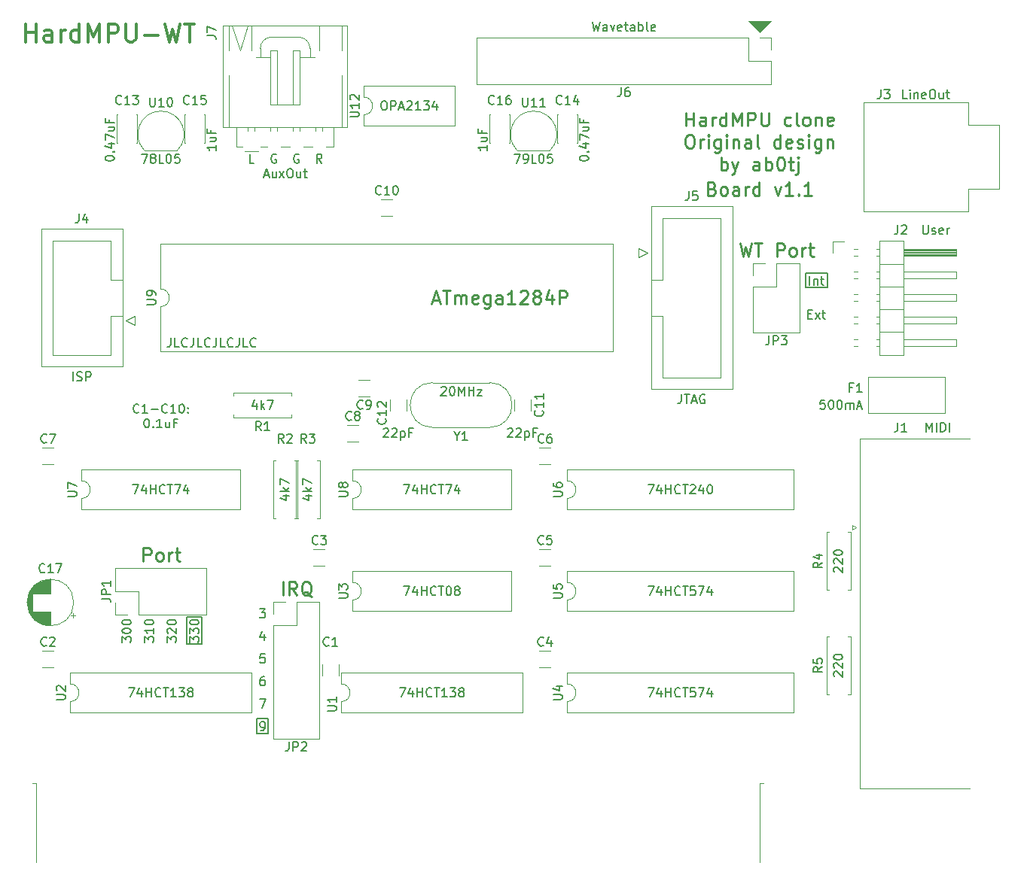
<source format=gbr>
%TF.GenerationSoftware,KiCad,Pcbnew,(5.1.10)-1*%
%TF.CreationDate,2022-05-20T00:42:25-07:00*%
%TF.ProjectId,hardmpu-wt,68617264-6d70-4752-9d77-742e6b696361,rev?*%
%TF.SameCoordinates,PX525bfc0PY8670810*%
%TF.FileFunction,Legend,Top*%
%TF.FilePolarity,Positive*%
%FSLAX46Y46*%
G04 Gerber Fmt 4.6, Leading zero omitted, Abs format (unit mm)*
G04 Created by KiCad (PCBNEW (5.1.10)-1) date 2022-05-20 00:42:25*
%MOMM*%
%LPD*%
G01*
G04 APERTURE LIST*
%ADD10C,0.150000*%
%ADD11C,0.100000*%
%ADD12C,0.250000*%
%ADD13C,0.350000*%
%ADD14C,0.120000*%
G04 APERTURE END LIST*
D10*
X86487000Y57023000D02*
X86487000Y58674000D01*
X88900000Y57023000D02*
X86487000Y57023000D01*
X88900000Y58674000D02*
X88900000Y57023000D01*
X86487000Y58674000D02*
X88900000Y58674000D01*
X24765000Y6858000D02*
X24765000Y8509000D01*
X26035000Y6858000D02*
X24765000Y6858000D01*
X26035000Y8509000D02*
X26035000Y6858000D01*
X24765000Y8509000D02*
X26035000Y8509000D01*
X16891000Y16891000D02*
X16891000Y19939000D01*
X18542000Y16891000D02*
X16891000Y16891000D01*
X18542000Y19939000D02*
X18542000Y16891000D01*
X16891000Y19939000D02*
X18542000Y19939000D01*
X86725238Y54046429D02*
X87058571Y54046429D01*
X87201428Y53522620D02*
X86725238Y53522620D01*
X86725238Y54522620D01*
X87201428Y54522620D01*
X87534761Y53522620D02*
X88058571Y54189286D01*
X87534761Y54189286D02*
X88058571Y53522620D01*
X88296666Y54189286D02*
X88677619Y54189286D01*
X88439523Y54522620D02*
X88439523Y53665477D01*
X88487142Y53570239D01*
X88582380Y53522620D01*
X88677619Y53522620D01*
X86891904Y57332620D02*
X86891904Y58332620D01*
X87368095Y57999286D02*
X87368095Y57332620D01*
X87368095Y57904048D02*
X87415714Y57951667D01*
X87510952Y57999286D01*
X87653809Y57999286D01*
X87749047Y57951667D01*
X87796666Y57856429D01*
X87796666Y57332620D01*
X88130000Y57999286D02*
X88510952Y57999286D01*
X88272857Y58332620D02*
X88272857Y57475477D01*
X88320476Y57380239D01*
X88415714Y57332620D01*
X88510952Y57332620D01*
D11*
G36*
X81280000Y85725000D02*
G01*
X80010000Y86995000D01*
X82550000Y86995000D01*
X81280000Y85725000D01*
G37*
X81280000Y85725000D02*
X80010000Y86995000D01*
X82550000Y86995000D01*
X81280000Y85725000D01*
D10*
X32059523Y71048620D02*
X31726190Y71524810D01*
X31488095Y71048620D02*
X31488095Y72048620D01*
X31869047Y72048620D01*
X31964285Y72001000D01*
X32011904Y71953381D01*
X32059523Y71858143D01*
X32059523Y71715286D01*
X32011904Y71620048D01*
X31964285Y71572429D01*
X31869047Y71524810D01*
X31488095Y71524810D01*
X29471904Y72001000D02*
X29376666Y72048620D01*
X29233809Y72048620D01*
X29090952Y72001000D01*
X28995714Y71905762D01*
X28948095Y71810524D01*
X28900476Y71620048D01*
X28900476Y71477191D01*
X28948095Y71286715D01*
X28995714Y71191477D01*
X29090952Y71096239D01*
X29233809Y71048620D01*
X29329047Y71048620D01*
X29471904Y71096239D01*
X29519523Y71143858D01*
X29519523Y71477191D01*
X29329047Y71477191D01*
X26931904Y72001000D02*
X26836666Y72048620D01*
X26693809Y72048620D01*
X26550952Y72001000D01*
X26455714Y71905762D01*
X26408095Y71810524D01*
X26360476Y71620048D01*
X26360476Y71477191D01*
X26408095Y71286715D01*
X26455714Y71191477D01*
X26550952Y71096239D01*
X26693809Y71048620D01*
X26789047Y71048620D01*
X26931904Y71096239D01*
X26979523Y71143858D01*
X26979523Y71477191D01*
X26789047Y71477191D01*
X24439523Y71048620D02*
X23963333Y71048620D01*
X23963333Y72048620D01*
X15065952Y51347620D02*
X15065952Y50633334D01*
X15018333Y50490477D01*
X14923095Y50395239D01*
X14780238Y50347620D01*
X14685000Y50347620D01*
X16018333Y50347620D02*
X15542142Y50347620D01*
X15542142Y51347620D01*
X16923095Y50442858D02*
X16875476Y50395239D01*
X16732619Y50347620D01*
X16637380Y50347620D01*
X16494523Y50395239D01*
X16399285Y50490477D01*
X16351666Y50585715D01*
X16304047Y50776191D01*
X16304047Y50919048D01*
X16351666Y51109524D01*
X16399285Y51204762D01*
X16494523Y51300000D01*
X16637380Y51347620D01*
X16732619Y51347620D01*
X16875476Y51300000D01*
X16923095Y51252381D01*
X17637380Y51347620D02*
X17637380Y50633334D01*
X17589761Y50490477D01*
X17494523Y50395239D01*
X17351666Y50347620D01*
X17256428Y50347620D01*
X18589761Y50347620D02*
X18113571Y50347620D01*
X18113571Y51347620D01*
X19494523Y50442858D02*
X19446904Y50395239D01*
X19304047Y50347620D01*
X19208809Y50347620D01*
X19065952Y50395239D01*
X18970714Y50490477D01*
X18923095Y50585715D01*
X18875476Y50776191D01*
X18875476Y50919048D01*
X18923095Y51109524D01*
X18970714Y51204762D01*
X19065952Y51300000D01*
X19208809Y51347620D01*
X19304047Y51347620D01*
X19446904Y51300000D01*
X19494523Y51252381D01*
X20208809Y51347620D02*
X20208809Y50633334D01*
X20161190Y50490477D01*
X20065952Y50395239D01*
X19923095Y50347620D01*
X19827857Y50347620D01*
X21161190Y50347620D02*
X20685000Y50347620D01*
X20685000Y51347620D01*
X22065952Y50442858D02*
X22018333Y50395239D01*
X21875476Y50347620D01*
X21780238Y50347620D01*
X21637380Y50395239D01*
X21542142Y50490477D01*
X21494523Y50585715D01*
X21446904Y50776191D01*
X21446904Y50919048D01*
X21494523Y51109524D01*
X21542142Y51204762D01*
X21637380Y51300000D01*
X21780238Y51347620D01*
X21875476Y51347620D01*
X22018333Y51300000D01*
X22065952Y51252381D01*
X22780238Y51347620D02*
X22780238Y50633334D01*
X22732619Y50490477D01*
X22637380Y50395239D01*
X22494523Y50347620D01*
X22399285Y50347620D01*
X23732619Y50347620D02*
X23256428Y50347620D01*
X23256428Y51347620D01*
X24637380Y50442858D02*
X24589761Y50395239D01*
X24446904Y50347620D01*
X24351666Y50347620D01*
X24208809Y50395239D01*
X24113571Y50490477D01*
X24065952Y50585715D01*
X24018333Y50776191D01*
X24018333Y50919048D01*
X24065952Y51109524D01*
X24113571Y51204762D01*
X24208809Y51300000D01*
X24351666Y51347620D01*
X24446904Y51347620D01*
X24589761Y51300000D01*
X24637380Y51252381D01*
D12*
X75958571Y68179143D02*
X76172857Y68107715D01*
X76244285Y68036286D01*
X76315714Y67893429D01*
X76315714Y67679143D01*
X76244285Y67536286D01*
X76172857Y67464858D01*
X76030000Y67393429D01*
X75458571Y67393429D01*
X75458571Y68893429D01*
X75958571Y68893429D01*
X76101428Y68822000D01*
X76172857Y68750572D01*
X76244285Y68607715D01*
X76244285Y68464858D01*
X76172857Y68322000D01*
X76101428Y68250572D01*
X75958571Y68179143D01*
X75458571Y68179143D01*
X77172857Y67393429D02*
X77030000Y67464858D01*
X76958571Y67536286D01*
X76887142Y67679143D01*
X76887142Y68107715D01*
X76958571Y68250572D01*
X77030000Y68322000D01*
X77172857Y68393429D01*
X77387142Y68393429D01*
X77530000Y68322000D01*
X77601428Y68250572D01*
X77672857Y68107715D01*
X77672857Y67679143D01*
X77601428Y67536286D01*
X77530000Y67464858D01*
X77387142Y67393429D01*
X77172857Y67393429D01*
X78958571Y67393429D02*
X78958571Y68179143D01*
X78887142Y68322000D01*
X78744285Y68393429D01*
X78458571Y68393429D01*
X78315714Y68322000D01*
X78958571Y67464858D02*
X78815714Y67393429D01*
X78458571Y67393429D01*
X78315714Y67464858D01*
X78244285Y67607715D01*
X78244285Y67750572D01*
X78315714Y67893429D01*
X78458571Y67964858D01*
X78815714Y67964858D01*
X78958571Y68036286D01*
X79672857Y67393429D02*
X79672857Y68393429D01*
X79672857Y68107715D02*
X79744285Y68250572D01*
X79815714Y68322000D01*
X79958571Y68393429D01*
X80101428Y68393429D01*
X81244285Y67393429D02*
X81244285Y68893429D01*
X81244285Y67464858D02*
X81101428Y67393429D01*
X80815714Y67393429D01*
X80672857Y67464858D01*
X80601428Y67536286D01*
X80530000Y67679143D01*
X80530000Y68107715D01*
X80601428Y68250572D01*
X80672857Y68322000D01*
X80815714Y68393429D01*
X81101428Y68393429D01*
X81244285Y68322000D01*
X82958571Y68393429D02*
X83315714Y67393429D01*
X83672857Y68393429D01*
X85030000Y67393429D02*
X84172857Y67393429D01*
X84601428Y67393429D02*
X84601428Y68893429D01*
X84458571Y68679143D01*
X84315714Y68536286D01*
X84172857Y68464858D01*
X85672857Y67536286D02*
X85744285Y67464858D01*
X85672857Y67393429D01*
X85601428Y67464858D01*
X85672857Y67536286D01*
X85672857Y67393429D01*
X87172857Y67393429D02*
X86315714Y67393429D01*
X86744285Y67393429D02*
X86744285Y68893429D01*
X86601428Y68679143D01*
X86458571Y68536286D01*
X86315714Y68464858D01*
X73030000Y75227429D02*
X73030000Y76727429D01*
X73030000Y76013143D02*
X73887142Y76013143D01*
X73887142Y75227429D02*
X73887142Y76727429D01*
X75244285Y75227429D02*
X75244285Y76013143D01*
X75172857Y76156000D01*
X75030000Y76227429D01*
X74744285Y76227429D01*
X74601428Y76156000D01*
X75244285Y75298858D02*
X75101428Y75227429D01*
X74744285Y75227429D01*
X74601428Y75298858D01*
X74530000Y75441715D01*
X74530000Y75584572D01*
X74601428Y75727429D01*
X74744285Y75798858D01*
X75101428Y75798858D01*
X75244285Y75870286D01*
X75958571Y75227429D02*
X75958571Y76227429D01*
X75958571Y75941715D02*
X76030000Y76084572D01*
X76101428Y76156000D01*
X76244285Y76227429D01*
X76387142Y76227429D01*
X77530000Y75227429D02*
X77530000Y76727429D01*
X77530000Y75298858D02*
X77387142Y75227429D01*
X77101428Y75227429D01*
X76958571Y75298858D01*
X76887142Y75370286D01*
X76815714Y75513143D01*
X76815714Y75941715D01*
X76887142Y76084572D01*
X76958571Y76156000D01*
X77101428Y76227429D01*
X77387142Y76227429D01*
X77530000Y76156000D01*
X78244285Y75227429D02*
X78244285Y76727429D01*
X78744285Y75656000D01*
X79244285Y76727429D01*
X79244285Y75227429D01*
X79958571Y75227429D02*
X79958571Y76727429D01*
X80530000Y76727429D01*
X80672857Y76656000D01*
X80744285Y76584572D01*
X80815714Y76441715D01*
X80815714Y76227429D01*
X80744285Y76084572D01*
X80672857Y76013143D01*
X80530000Y75941715D01*
X79958571Y75941715D01*
X81458571Y76727429D02*
X81458571Y75513143D01*
X81530000Y75370286D01*
X81601428Y75298858D01*
X81744285Y75227429D01*
X82030000Y75227429D01*
X82172857Y75298858D01*
X82244285Y75370286D01*
X82315714Y75513143D01*
X82315714Y76727429D01*
X84815714Y75298858D02*
X84672857Y75227429D01*
X84387142Y75227429D01*
X84244285Y75298858D01*
X84172857Y75370286D01*
X84101428Y75513143D01*
X84101428Y75941715D01*
X84172857Y76084572D01*
X84244285Y76156000D01*
X84387142Y76227429D01*
X84672857Y76227429D01*
X84815714Y76156000D01*
X85672857Y75227429D02*
X85530000Y75298858D01*
X85458571Y75441715D01*
X85458571Y76727429D01*
X86458571Y75227429D02*
X86315714Y75298858D01*
X86244285Y75370286D01*
X86172857Y75513143D01*
X86172857Y75941715D01*
X86244285Y76084572D01*
X86315714Y76156000D01*
X86458571Y76227429D01*
X86672857Y76227429D01*
X86815714Y76156000D01*
X86887142Y76084572D01*
X86958571Y75941715D01*
X86958571Y75513143D01*
X86887142Y75370286D01*
X86815714Y75298858D01*
X86672857Y75227429D01*
X86458571Y75227429D01*
X87601428Y76227429D02*
X87601428Y75227429D01*
X87601428Y76084572D02*
X87672857Y76156000D01*
X87815714Y76227429D01*
X88030000Y76227429D01*
X88172857Y76156000D01*
X88244285Y76013143D01*
X88244285Y75227429D01*
X89530000Y75298858D02*
X89387142Y75227429D01*
X89101428Y75227429D01*
X88958571Y75298858D01*
X88887142Y75441715D01*
X88887142Y76013143D01*
X88958571Y76156000D01*
X89101428Y76227429D01*
X89387142Y76227429D01*
X89530000Y76156000D01*
X89601428Y76013143D01*
X89601428Y75870286D01*
X88887142Y75727429D01*
X73315714Y74227429D02*
X73601428Y74227429D01*
X73744285Y74156000D01*
X73887142Y74013143D01*
X73958571Y73727429D01*
X73958571Y73227429D01*
X73887142Y72941715D01*
X73744285Y72798858D01*
X73601428Y72727429D01*
X73315714Y72727429D01*
X73172857Y72798858D01*
X73030000Y72941715D01*
X72958571Y73227429D01*
X72958571Y73727429D01*
X73030000Y74013143D01*
X73172857Y74156000D01*
X73315714Y74227429D01*
X74601428Y72727429D02*
X74601428Y73727429D01*
X74601428Y73441715D02*
X74672857Y73584572D01*
X74744285Y73656000D01*
X74887142Y73727429D01*
X75030000Y73727429D01*
X75530000Y72727429D02*
X75530000Y73727429D01*
X75530000Y74227429D02*
X75458571Y74156000D01*
X75530000Y74084572D01*
X75601428Y74156000D01*
X75530000Y74227429D01*
X75530000Y74084572D01*
X76887142Y73727429D02*
X76887142Y72513143D01*
X76815714Y72370286D01*
X76744285Y72298858D01*
X76601428Y72227429D01*
X76387142Y72227429D01*
X76244285Y72298858D01*
X76887142Y72798858D02*
X76744285Y72727429D01*
X76458571Y72727429D01*
X76315714Y72798858D01*
X76244285Y72870286D01*
X76172857Y73013143D01*
X76172857Y73441715D01*
X76244285Y73584572D01*
X76315714Y73656000D01*
X76458571Y73727429D01*
X76744285Y73727429D01*
X76887142Y73656000D01*
X77601428Y72727429D02*
X77601428Y73727429D01*
X77601428Y74227429D02*
X77530000Y74156000D01*
X77601428Y74084572D01*
X77672857Y74156000D01*
X77601428Y74227429D01*
X77601428Y74084572D01*
X78315714Y73727429D02*
X78315714Y72727429D01*
X78315714Y73584572D02*
X78387142Y73656000D01*
X78530000Y73727429D01*
X78744285Y73727429D01*
X78887142Y73656000D01*
X78958571Y73513143D01*
X78958571Y72727429D01*
X80315714Y72727429D02*
X80315714Y73513143D01*
X80244285Y73656000D01*
X80101428Y73727429D01*
X79815714Y73727429D01*
X79672857Y73656000D01*
X80315714Y72798858D02*
X80172857Y72727429D01*
X79815714Y72727429D01*
X79672857Y72798858D01*
X79601428Y72941715D01*
X79601428Y73084572D01*
X79672857Y73227429D01*
X79815714Y73298858D01*
X80172857Y73298858D01*
X80315714Y73370286D01*
X81244285Y72727429D02*
X81101428Y72798858D01*
X81030000Y72941715D01*
X81030000Y74227429D01*
X83601428Y72727429D02*
X83601428Y74227429D01*
X83601428Y72798858D02*
X83458571Y72727429D01*
X83172857Y72727429D01*
X83030000Y72798858D01*
X82958571Y72870286D01*
X82887142Y73013143D01*
X82887142Y73441715D01*
X82958571Y73584572D01*
X83030000Y73656000D01*
X83172857Y73727429D01*
X83458571Y73727429D01*
X83601428Y73656000D01*
X84887142Y72798858D02*
X84744285Y72727429D01*
X84458571Y72727429D01*
X84315714Y72798858D01*
X84244285Y72941715D01*
X84244285Y73513143D01*
X84315714Y73656000D01*
X84458571Y73727429D01*
X84744285Y73727429D01*
X84887142Y73656000D01*
X84958571Y73513143D01*
X84958571Y73370286D01*
X84244285Y73227429D01*
X85530000Y72798858D02*
X85672857Y72727429D01*
X85958571Y72727429D01*
X86101428Y72798858D01*
X86172857Y72941715D01*
X86172857Y73013143D01*
X86101428Y73156000D01*
X85958571Y73227429D01*
X85744285Y73227429D01*
X85601428Y73298858D01*
X85530000Y73441715D01*
X85530000Y73513143D01*
X85601428Y73656000D01*
X85744285Y73727429D01*
X85958571Y73727429D01*
X86101428Y73656000D01*
X86815714Y72727429D02*
X86815714Y73727429D01*
X86815714Y74227429D02*
X86744285Y74156000D01*
X86815714Y74084572D01*
X86887142Y74156000D01*
X86815714Y74227429D01*
X86815714Y74084572D01*
X88172857Y73727429D02*
X88172857Y72513143D01*
X88101428Y72370286D01*
X88030000Y72298858D01*
X87887142Y72227429D01*
X87672857Y72227429D01*
X87530000Y72298858D01*
X88172857Y72798858D02*
X88030000Y72727429D01*
X87744285Y72727429D01*
X87601428Y72798858D01*
X87530000Y72870286D01*
X87458571Y73013143D01*
X87458571Y73441715D01*
X87530000Y73584572D01*
X87601428Y73656000D01*
X87744285Y73727429D01*
X88030000Y73727429D01*
X88172857Y73656000D01*
X88887142Y73727429D02*
X88887142Y72727429D01*
X88887142Y73584572D02*
X88958571Y73656000D01*
X89101428Y73727429D01*
X89315714Y73727429D01*
X89458571Y73656000D01*
X89530000Y73513143D01*
X89530000Y72727429D01*
X76958571Y70227429D02*
X76958571Y71727429D01*
X76958571Y71156000D02*
X77101428Y71227429D01*
X77387142Y71227429D01*
X77530000Y71156000D01*
X77601428Y71084572D01*
X77672857Y70941715D01*
X77672857Y70513143D01*
X77601428Y70370286D01*
X77530000Y70298858D01*
X77387142Y70227429D01*
X77101428Y70227429D01*
X76958571Y70298858D01*
X78172857Y71227429D02*
X78530000Y70227429D01*
X78887142Y71227429D02*
X78530000Y70227429D01*
X78387142Y69870286D01*
X78315714Y69798858D01*
X78172857Y69727429D01*
X81244285Y70227429D02*
X81244285Y71013143D01*
X81172857Y71156000D01*
X81030000Y71227429D01*
X80744285Y71227429D01*
X80601428Y71156000D01*
X81244285Y70298858D02*
X81101428Y70227429D01*
X80744285Y70227429D01*
X80601428Y70298858D01*
X80530000Y70441715D01*
X80530000Y70584572D01*
X80601428Y70727429D01*
X80744285Y70798858D01*
X81101428Y70798858D01*
X81244285Y70870286D01*
X81958571Y70227429D02*
X81958571Y71727429D01*
X81958571Y71156000D02*
X82101428Y71227429D01*
X82387142Y71227429D01*
X82530000Y71156000D01*
X82601428Y71084572D01*
X82672857Y70941715D01*
X82672857Y70513143D01*
X82601428Y70370286D01*
X82530000Y70298858D01*
X82387142Y70227429D01*
X82101428Y70227429D01*
X81958571Y70298858D01*
X83601428Y71727429D02*
X83744285Y71727429D01*
X83887142Y71656000D01*
X83958571Y71584572D01*
X84030000Y71441715D01*
X84101428Y71156000D01*
X84101428Y70798858D01*
X84030000Y70513143D01*
X83958571Y70370286D01*
X83887142Y70298858D01*
X83744285Y70227429D01*
X83601428Y70227429D01*
X83458571Y70298858D01*
X83387142Y70370286D01*
X83315714Y70513143D01*
X83244285Y70798858D01*
X83244285Y71156000D01*
X83315714Y71441715D01*
X83387142Y71584572D01*
X83458571Y71656000D01*
X83601428Y71727429D01*
X84530000Y71227429D02*
X85101428Y71227429D01*
X84744285Y71727429D02*
X84744285Y70441715D01*
X84815714Y70298858D01*
X84958571Y70227429D01*
X85101428Y70227429D01*
X85601428Y71227429D02*
X85601428Y69941715D01*
X85530000Y69798858D01*
X85387142Y69727429D01*
X85315714Y69727429D01*
X85601428Y71727429D02*
X85530000Y71656000D01*
X85601428Y71584572D01*
X85672857Y71656000D01*
X85601428Y71727429D01*
X85601428Y71584572D01*
D13*
X-1205334Y84693239D02*
X-1205334Y86693239D01*
X-1205334Y85740858D02*
X-62477Y85740858D01*
X-62477Y84693239D02*
X-62477Y86693239D01*
X1747047Y84693239D02*
X1747047Y85740858D01*
X1651809Y85931334D01*
X1461333Y86026572D01*
X1080380Y86026572D01*
X889904Y85931334D01*
X1747047Y84788477D02*
X1556571Y84693239D01*
X1080380Y84693239D01*
X889904Y84788477D01*
X794666Y84978953D01*
X794666Y85169429D01*
X889904Y85359905D01*
X1080380Y85455143D01*
X1556571Y85455143D01*
X1747047Y85550381D01*
X2699428Y84693239D02*
X2699428Y86026572D01*
X2699428Y85645620D02*
X2794666Y85836096D01*
X2889904Y85931334D01*
X3080380Y86026572D01*
X3270857Y86026572D01*
X4794666Y84693239D02*
X4794666Y86693239D01*
X4794666Y84788477D02*
X4604190Y84693239D01*
X4223238Y84693239D01*
X4032761Y84788477D01*
X3937523Y84883715D01*
X3842285Y85074191D01*
X3842285Y85645620D01*
X3937523Y85836096D01*
X4032761Y85931334D01*
X4223238Y86026572D01*
X4604190Y86026572D01*
X4794666Y85931334D01*
X5747047Y84693239D02*
X5747047Y86693239D01*
X6413714Y85264667D01*
X7080380Y86693239D01*
X7080380Y84693239D01*
X8032761Y84693239D02*
X8032761Y86693239D01*
X8794666Y86693239D01*
X8985142Y86598000D01*
X9080380Y86502762D01*
X9175619Y86312286D01*
X9175619Y86026572D01*
X9080380Y85836096D01*
X8985142Y85740858D01*
X8794666Y85645620D01*
X8032761Y85645620D01*
X10032761Y86693239D02*
X10032761Y85074191D01*
X10128000Y84883715D01*
X10223238Y84788477D01*
X10413714Y84693239D01*
X10794666Y84693239D01*
X10985142Y84788477D01*
X11080380Y84883715D01*
X11175619Y85074191D01*
X11175619Y86693239D01*
X12128000Y85455143D02*
X13651809Y85455143D01*
X14413714Y86693239D02*
X14889904Y84693239D01*
X15270857Y86121810D01*
X15651809Y84693239D01*
X16128000Y86693239D01*
X16604190Y86693239D02*
X17747047Y86693239D01*
X17175619Y84693239D02*
X17175619Y86693239D01*
D10*
X11493809Y43012858D02*
X11446190Y42965239D01*
X11303333Y42917620D01*
X11208095Y42917620D01*
X11065238Y42965239D01*
X10970000Y43060477D01*
X10922380Y43155715D01*
X10874761Y43346191D01*
X10874761Y43489048D01*
X10922380Y43679524D01*
X10970000Y43774762D01*
X11065238Y43870000D01*
X11208095Y43917620D01*
X11303333Y43917620D01*
X11446190Y43870000D01*
X11493809Y43822381D01*
X12446190Y42917620D02*
X11874761Y42917620D01*
X12160476Y42917620D02*
X12160476Y43917620D01*
X12065238Y43774762D01*
X11970000Y43679524D01*
X11874761Y43631905D01*
X12874761Y43298572D02*
X13636666Y43298572D01*
X14684285Y43012858D02*
X14636666Y42965239D01*
X14493809Y42917620D01*
X14398571Y42917620D01*
X14255714Y42965239D01*
X14160476Y43060477D01*
X14112857Y43155715D01*
X14065238Y43346191D01*
X14065238Y43489048D01*
X14112857Y43679524D01*
X14160476Y43774762D01*
X14255714Y43870000D01*
X14398571Y43917620D01*
X14493809Y43917620D01*
X14636666Y43870000D01*
X14684285Y43822381D01*
X15636666Y42917620D02*
X15065238Y42917620D01*
X15350952Y42917620D02*
X15350952Y43917620D01*
X15255714Y43774762D01*
X15160476Y43679524D01*
X15065238Y43631905D01*
X16255714Y43917620D02*
X16350952Y43917620D01*
X16446190Y43870000D01*
X16493809Y43822381D01*
X16541428Y43727143D01*
X16589047Y43536667D01*
X16589047Y43298572D01*
X16541428Y43108096D01*
X16493809Y43012858D01*
X16446190Y42965239D01*
X16350952Y42917620D01*
X16255714Y42917620D01*
X16160476Y42965239D01*
X16112857Y43012858D01*
X16065238Y43108096D01*
X16017619Y43298572D01*
X16017619Y43536667D01*
X16065238Y43727143D01*
X16112857Y43822381D01*
X16160476Y43870000D01*
X16255714Y43917620D01*
X17017619Y43012858D02*
X17065238Y42965239D01*
X17017619Y42917620D01*
X16970000Y42965239D01*
X17017619Y43012858D01*
X17017619Y42917620D01*
X17017619Y43536667D02*
X17065238Y43489048D01*
X17017619Y43441429D01*
X16970000Y43489048D01*
X17017619Y43536667D01*
X17017619Y43441429D01*
X12327142Y42267620D02*
X12422380Y42267620D01*
X12517619Y42220000D01*
X12565238Y42172381D01*
X12612857Y42077143D01*
X12660476Y41886667D01*
X12660476Y41648572D01*
X12612857Y41458096D01*
X12565238Y41362858D01*
X12517619Y41315239D01*
X12422380Y41267620D01*
X12327142Y41267620D01*
X12231904Y41315239D01*
X12184285Y41362858D01*
X12136666Y41458096D01*
X12089047Y41648572D01*
X12089047Y41886667D01*
X12136666Y42077143D01*
X12184285Y42172381D01*
X12231904Y42220000D01*
X12327142Y42267620D01*
X13089047Y41362858D02*
X13136666Y41315239D01*
X13089047Y41267620D01*
X13041428Y41315239D01*
X13089047Y41362858D01*
X13089047Y41267620D01*
X14089047Y41267620D02*
X13517619Y41267620D01*
X13803333Y41267620D02*
X13803333Y42267620D01*
X13708095Y42124762D01*
X13612857Y42029524D01*
X13517619Y41981905D01*
X14946190Y41934286D02*
X14946190Y41267620D01*
X14517619Y41934286D02*
X14517619Y41410477D01*
X14565238Y41315239D01*
X14660476Y41267620D01*
X14803333Y41267620D01*
X14898571Y41315239D01*
X14946190Y41362858D01*
X15755714Y41791429D02*
X15422380Y41791429D01*
X15422380Y41267620D02*
X15422380Y42267620D01*
X15898571Y42267620D01*
X25209523Y7167620D02*
X25400000Y7167620D01*
X25495238Y7215239D01*
X25542857Y7262858D01*
X25638095Y7405715D01*
X25685714Y7596191D01*
X25685714Y7977143D01*
X25638095Y8072381D01*
X25590476Y8120000D01*
X25495238Y8167620D01*
X25304761Y8167620D01*
X25209523Y8120000D01*
X25161904Y8072381D01*
X25114285Y7977143D01*
X25114285Y7739048D01*
X25161904Y7643810D01*
X25209523Y7596191D01*
X25304761Y7548572D01*
X25495238Y7548572D01*
X25590476Y7596191D01*
X25638095Y7643810D01*
X25685714Y7739048D01*
X25066666Y10707620D02*
X25733333Y10707620D01*
X25304761Y9707620D01*
X25590476Y13247620D02*
X25400000Y13247620D01*
X25304761Y13200000D01*
X25257142Y13152381D01*
X25161904Y13009524D01*
X25114285Y12819048D01*
X25114285Y12438096D01*
X25161904Y12342858D01*
X25209523Y12295239D01*
X25304761Y12247620D01*
X25495238Y12247620D01*
X25590476Y12295239D01*
X25638095Y12342858D01*
X25685714Y12438096D01*
X25685714Y12676191D01*
X25638095Y12771429D01*
X25590476Y12819048D01*
X25495238Y12866667D01*
X25304761Y12866667D01*
X25209523Y12819048D01*
X25161904Y12771429D01*
X25114285Y12676191D01*
X25638095Y15787620D02*
X25161904Y15787620D01*
X25114285Y15311429D01*
X25161904Y15359048D01*
X25257142Y15406667D01*
X25495238Y15406667D01*
X25590476Y15359048D01*
X25638095Y15311429D01*
X25685714Y15216191D01*
X25685714Y14978096D01*
X25638095Y14882858D01*
X25590476Y14835239D01*
X25495238Y14787620D01*
X25257142Y14787620D01*
X25161904Y14835239D01*
X25114285Y14882858D01*
X25590476Y17994286D02*
X25590476Y17327620D01*
X25352380Y18375239D02*
X25114285Y17660953D01*
X25733333Y17660953D01*
X25066666Y20867620D02*
X25685714Y20867620D01*
X25352380Y20486667D01*
X25495238Y20486667D01*
X25590476Y20439048D01*
X25638095Y20391429D01*
X25685714Y20296191D01*
X25685714Y20058096D01*
X25638095Y19962858D01*
X25590476Y19915239D01*
X25495238Y19867620D01*
X25209523Y19867620D01*
X25114285Y19915239D01*
X25066666Y19962858D01*
X17232380Y17129286D02*
X17232380Y17748334D01*
X17613333Y17415000D01*
X17613333Y17557858D01*
X17660952Y17653096D01*
X17708571Y17700715D01*
X17803809Y17748334D01*
X18041904Y17748334D01*
X18137142Y17700715D01*
X18184761Y17653096D01*
X18232380Y17557858D01*
X18232380Y17272143D01*
X18184761Y17176905D01*
X18137142Y17129286D01*
X17232380Y18081667D02*
X17232380Y18700715D01*
X17613333Y18367381D01*
X17613333Y18510239D01*
X17660952Y18605477D01*
X17708571Y18653096D01*
X17803809Y18700715D01*
X18041904Y18700715D01*
X18137142Y18653096D01*
X18184761Y18605477D01*
X18232380Y18510239D01*
X18232380Y18224524D01*
X18184761Y18129286D01*
X18137142Y18081667D01*
X17232380Y19319762D02*
X17232380Y19415000D01*
X17280000Y19510239D01*
X17327619Y19557858D01*
X17422857Y19605477D01*
X17613333Y19653096D01*
X17851428Y19653096D01*
X18041904Y19605477D01*
X18137142Y19557858D01*
X18184761Y19510239D01*
X18232380Y19415000D01*
X18232380Y19319762D01*
X18184761Y19224524D01*
X18137142Y19176905D01*
X18041904Y19129286D01*
X17851428Y19081667D01*
X17613333Y19081667D01*
X17422857Y19129286D01*
X17327619Y19176905D01*
X17280000Y19224524D01*
X17232380Y19319762D01*
X14692380Y17129286D02*
X14692380Y17748334D01*
X15073333Y17415000D01*
X15073333Y17557858D01*
X15120952Y17653096D01*
X15168571Y17700715D01*
X15263809Y17748334D01*
X15501904Y17748334D01*
X15597142Y17700715D01*
X15644761Y17653096D01*
X15692380Y17557858D01*
X15692380Y17272143D01*
X15644761Y17176905D01*
X15597142Y17129286D01*
X14787619Y18129286D02*
X14740000Y18176905D01*
X14692380Y18272143D01*
X14692380Y18510239D01*
X14740000Y18605477D01*
X14787619Y18653096D01*
X14882857Y18700715D01*
X14978095Y18700715D01*
X15120952Y18653096D01*
X15692380Y18081667D01*
X15692380Y18700715D01*
X14692380Y19319762D02*
X14692380Y19415000D01*
X14740000Y19510239D01*
X14787619Y19557858D01*
X14882857Y19605477D01*
X15073333Y19653096D01*
X15311428Y19653096D01*
X15501904Y19605477D01*
X15597142Y19557858D01*
X15644761Y19510239D01*
X15692380Y19415000D01*
X15692380Y19319762D01*
X15644761Y19224524D01*
X15597142Y19176905D01*
X15501904Y19129286D01*
X15311428Y19081667D01*
X15073333Y19081667D01*
X14882857Y19129286D01*
X14787619Y19176905D01*
X14740000Y19224524D01*
X14692380Y19319762D01*
X12152380Y17129286D02*
X12152380Y17748334D01*
X12533333Y17415000D01*
X12533333Y17557858D01*
X12580952Y17653096D01*
X12628571Y17700715D01*
X12723809Y17748334D01*
X12961904Y17748334D01*
X13057142Y17700715D01*
X13104761Y17653096D01*
X13152380Y17557858D01*
X13152380Y17272143D01*
X13104761Y17176905D01*
X13057142Y17129286D01*
X13152380Y18700715D02*
X13152380Y18129286D01*
X13152380Y18415000D02*
X12152380Y18415000D01*
X12295238Y18319762D01*
X12390476Y18224524D01*
X12438095Y18129286D01*
X12152380Y19319762D02*
X12152380Y19415000D01*
X12200000Y19510239D01*
X12247619Y19557858D01*
X12342857Y19605477D01*
X12533333Y19653096D01*
X12771428Y19653096D01*
X12961904Y19605477D01*
X13057142Y19557858D01*
X13104761Y19510239D01*
X13152380Y19415000D01*
X13152380Y19319762D01*
X13104761Y19224524D01*
X13057142Y19176905D01*
X12961904Y19129286D01*
X12771428Y19081667D01*
X12533333Y19081667D01*
X12342857Y19129286D01*
X12247619Y19176905D01*
X12200000Y19224524D01*
X12152380Y19319762D01*
X9612380Y17129286D02*
X9612380Y17748334D01*
X9993333Y17415000D01*
X9993333Y17557858D01*
X10040952Y17653096D01*
X10088571Y17700715D01*
X10183809Y17748334D01*
X10421904Y17748334D01*
X10517142Y17700715D01*
X10564761Y17653096D01*
X10612380Y17557858D01*
X10612380Y17272143D01*
X10564761Y17176905D01*
X10517142Y17129286D01*
X9612380Y18367381D02*
X9612380Y18462620D01*
X9660000Y18557858D01*
X9707619Y18605477D01*
X9802857Y18653096D01*
X9993333Y18700715D01*
X10231428Y18700715D01*
X10421904Y18653096D01*
X10517142Y18605477D01*
X10564761Y18557858D01*
X10612380Y18462620D01*
X10612380Y18367381D01*
X10564761Y18272143D01*
X10517142Y18224524D01*
X10421904Y18176905D01*
X10231428Y18129286D01*
X9993333Y18129286D01*
X9802857Y18176905D01*
X9707619Y18224524D01*
X9660000Y18272143D01*
X9612380Y18367381D01*
X9612380Y19319762D02*
X9612380Y19415000D01*
X9660000Y19510239D01*
X9707619Y19557858D01*
X9802857Y19605477D01*
X9993333Y19653096D01*
X10231428Y19653096D01*
X10421904Y19605477D01*
X10517142Y19557858D01*
X10564761Y19510239D01*
X10612380Y19415000D01*
X10612380Y19319762D01*
X10564761Y19224524D01*
X10517142Y19176905D01*
X10421904Y19129286D01*
X10231428Y19081667D01*
X9993333Y19081667D01*
X9802857Y19129286D01*
X9707619Y19176905D01*
X9660000Y19224524D01*
X9612380Y19319762D01*
D14*
%TO.C,JP3*%
X80585000Y59750000D02*
X81915000Y59750000D01*
X80585000Y58420000D02*
X80585000Y59750000D01*
X83185000Y59750000D02*
X85785000Y59750000D01*
X83185000Y57150000D02*
X83185000Y59750000D01*
X80585000Y57150000D02*
X83185000Y57150000D01*
X85785000Y59750000D02*
X85785000Y52010000D01*
X80585000Y57150000D02*
X80585000Y52010000D01*
X80585000Y52010000D02*
X85785000Y52010000D01*
%TO.C,C14*%
X60745000Y76530000D02*
X60810000Y76530000D01*
X58570000Y76530000D02*
X58635000Y76530000D01*
X60745000Y73290000D02*
X60810000Y73290000D01*
X58570000Y73290000D02*
X58635000Y73290000D01*
X60810000Y73290000D02*
X60810000Y76530000D01*
X58570000Y73290000D02*
X58570000Y76530000D01*
%TO.C,C13*%
X11215000Y76530000D02*
X11280000Y76530000D01*
X9040000Y76530000D02*
X9105000Y76530000D01*
X11215000Y73290000D02*
X11280000Y73290000D01*
X9040000Y73290000D02*
X9105000Y73290000D01*
X11280000Y73290000D02*
X11280000Y76530000D01*
X9040000Y73290000D02*
X9040000Y76530000D01*
%TO.C,J7*%
X27051000Y83693000D02*
X27051000Y77597000D01*
X26289000Y83693000D02*
X27051000Y83693000D01*
X28829000Y83693000D02*
X29591000Y83693000D01*
X28829000Y77597000D02*
X28829000Y83693000D01*
X32131000Y75057000D02*
X32131000Y74676000D01*
X31369000Y75057000D02*
X31369000Y74676000D01*
X29591000Y75057000D02*
X29591000Y74676000D01*
X28829000Y75057000D02*
X28829000Y74676000D01*
X27051000Y75057000D02*
X27051000Y74676000D01*
X26289000Y75057000D02*
X26289000Y74676000D01*
X24511000Y75057000D02*
X24511000Y74676000D01*
X23749000Y75057000D02*
X23749000Y74676000D01*
X30734000Y82931000D02*
X30734000Y83947000D01*
X25146000Y82931000D02*
X25146000Y83947000D01*
X26416000Y85217000D02*
X29464000Y85217000D01*
X22479000Y75057000D02*
X22479000Y72898000D01*
X20955000Y75057000D02*
X34925000Y75057000D01*
X33401000Y72898000D02*
X33401000Y75057000D01*
X22860000Y83693000D02*
X23749000Y86487000D01*
X21971000Y86487000D02*
X22860000Y83693000D01*
X31750000Y83693000D02*
X31750000Y86487000D01*
X29591000Y82931000D02*
X31242000Y82931000D01*
X29591000Y77597000D02*
X29591000Y83693000D01*
X26289000Y77597000D02*
X29591000Y77597000D01*
X26289000Y83693000D02*
X26289000Y77597000D01*
X24638000Y82931000D02*
X26289000Y82931000D01*
X24130000Y86487000D02*
X24130000Y83693000D01*
X21590000Y83693000D02*
X21590000Y86487000D01*
X34290000Y83693000D02*
X34290000Y86487000D01*
X34290000Y75057000D02*
X34290000Y80899000D01*
X21590000Y75057000D02*
X21590000Y80899000D01*
X23114000Y72898000D02*
X22479000Y72898000D01*
X25908000Y72898000D02*
X25146000Y72898000D01*
X28448000Y72898000D02*
X27432000Y72898000D01*
X30988000Y72898000D02*
X29972000Y72898000D01*
X33401000Y72898000D02*
X32512000Y72898000D01*
X20955000Y86487000D02*
X20955000Y75057000D01*
X34925000Y86487000D02*
X20955000Y86487000D01*
X34925000Y75057000D02*
X34925000Y86487000D01*
X24892000Y72390000D02*
X23368000Y72390000D01*
X25146000Y83947000D02*
G75*
G02*
X26416000Y85217000I1270000J0D01*
G01*
X29464000Y85217000D02*
G75*
G02*
X30734000Y83947000I0J-1270000D01*
G01*
%TO.C,U11*%
X54080000Y72445000D02*
X57680000Y72445000D01*
X54041522Y72456522D02*
G75*
G02*
X55880000Y76895000I1838478J1838478D01*
G01*
X57718478Y72456522D02*
G75*
G03*
X55880000Y76895000I-1838478J1838478D01*
G01*
%TO.C,U12*%
X36770000Y79720000D02*
X36770000Y78470000D01*
X47050000Y79720000D02*
X36770000Y79720000D01*
X47050000Y75220000D02*
X47050000Y79720000D01*
X36770000Y75220000D02*
X47050000Y75220000D01*
X36770000Y76470000D02*
X36770000Y75220000D01*
X36770000Y78470000D02*
G75*
G02*
X36770000Y76470000I0J-1000000D01*
G01*
%TO.C,U10*%
X12170000Y72445000D02*
X15770000Y72445000D01*
X12131522Y72456522D02*
G75*
G02*
X13970000Y76895000I1838478J1838478D01*
G01*
X15808478Y72456522D02*
G75*
G03*
X13970000Y76895000I-1838478J1838478D01*
G01*
%TO.C,C16*%
X51015000Y73290000D02*
X50950000Y73290000D01*
X53190000Y73290000D02*
X53125000Y73290000D01*
X51015000Y76530000D02*
X50950000Y76530000D01*
X53190000Y76530000D02*
X53125000Y76530000D01*
X50950000Y76530000D02*
X50950000Y73290000D01*
X53190000Y76530000D02*
X53190000Y73290000D01*
%TO.C,C15*%
X16725000Y73290000D02*
X16660000Y73290000D01*
X18900000Y73290000D02*
X18835000Y73290000D01*
X16725000Y76530000D02*
X16660000Y76530000D01*
X18900000Y76530000D02*
X18835000Y76530000D01*
X16660000Y76530000D02*
X16660000Y73290000D01*
X18900000Y76530000D02*
X18900000Y73290000D01*
%TO.C,J3*%
X104720000Y75375000D02*
X108220000Y75375000D01*
X104720000Y77875000D02*
X104720000Y75375000D01*
X92980000Y77875000D02*
X104720000Y77875000D01*
X92980000Y65635000D02*
X92980000Y77875000D01*
X104720000Y65635000D02*
X92980000Y65635000D01*
X104720000Y68135000D02*
X104720000Y65635000D01*
X108220000Y68135000D02*
X104720000Y68135000D01*
X108220000Y75375000D02*
X108220000Y68135000D01*
%TO.C,J6*%
X82610000Y85150000D02*
X82610000Y83820000D01*
X81280000Y85150000D02*
X82610000Y85150000D01*
X82610000Y82550000D02*
X82610000Y79950000D01*
X80010000Y82550000D02*
X82610000Y82550000D01*
X80010000Y85150000D02*
X80010000Y82550000D01*
X82610000Y79950000D02*
X49470000Y79950000D01*
X80010000Y85150000D02*
X49470000Y85150000D01*
X49470000Y85150000D02*
X49470000Y79950000D01*
%TO.C,U3*%
X35500000Y25110000D02*
X35500000Y23860000D01*
X53400000Y25110000D02*
X35500000Y25110000D01*
X53400000Y20610000D02*
X53400000Y25110000D01*
X35500000Y20610000D02*
X53400000Y20610000D01*
X35500000Y21860000D02*
X35500000Y20610000D01*
X35500000Y23860000D02*
G75*
G02*
X35500000Y21860000I0J-1000000D01*
G01*
%TO.C,U8*%
X35500000Y36540000D02*
X35500000Y35290000D01*
X53400000Y36540000D02*
X35500000Y36540000D01*
X53400000Y32040000D02*
X53400000Y36540000D01*
X35500000Y32040000D02*
X53400000Y32040000D01*
X35500000Y33290000D02*
X35500000Y32040000D01*
X35500000Y35290000D02*
G75*
G02*
X35500000Y33290000I0J-1000000D01*
G01*
%TO.C,J8*%
X81340000Y-7660000D02*
X81340000Y1290000D01*
X81340000Y1290000D02*
X81740000Y1290000D01*
X-60000Y1290000D02*
X-60000Y-7660000D01*
X-460000Y1290000D02*
X-60000Y1290000D01*
%TO.C,U1*%
X34230000Y13680000D02*
X34230000Y12430000D01*
X54670000Y13680000D02*
X34230000Y13680000D01*
X54670000Y9180000D02*
X54670000Y13680000D01*
X34230000Y9180000D02*
X54670000Y9180000D01*
X34230000Y10430000D02*
X34230000Y9180000D01*
X34230000Y12430000D02*
G75*
G02*
X34230000Y10430000I0J-1000000D01*
G01*
%TO.C,C17*%
X4094775Y19865000D02*
X4094775Y20365000D01*
X4344775Y20115000D02*
X3844775Y20115000D01*
X-1061000Y21306000D02*
X-1061000Y21874000D01*
X-1021000Y21072000D02*
X-1021000Y22108000D01*
X-981000Y20913000D02*
X-981000Y22267000D01*
X-941000Y20785000D02*
X-941000Y22395000D01*
X-901000Y20675000D02*
X-901000Y22505000D01*
X-861000Y20579000D02*
X-861000Y22601000D01*
X-821000Y20492000D02*
X-821000Y22688000D01*
X-781000Y20412000D02*
X-781000Y22768000D01*
X-741000Y20339000D02*
X-741000Y22841000D01*
X-701000Y20271000D02*
X-701000Y22909000D01*
X-661000Y20207000D02*
X-661000Y22973000D01*
X-621000Y20147000D02*
X-621000Y23033000D01*
X-581000Y20090000D02*
X-581000Y23090000D01*
X-541000Y20036000D02*
X-541000Y23144000D01*
X-501000Y19985000D02*
X-501000Y23195000D01*
X-461000Y22630000D02*
X-461000Y23243000D01*
X-461000Y19937000D02*
X-461000Y20550000D01*
X-421000Y22630000D02*
X-421000Y23289000D01*
X-421000Y19891000D02*
X-421000Y20550000D01*
X-381000Y22630000D02*
X-381000Y23333000D01*
X-381000Y19847000D02*
X-381000Y20550000D01*
X-341000Y22630000D02*
X-341000Y23375000D01*
X-341000Y19805000D02*
X-341000Y20550000D01*
X-301000Y22630000D02*
X-301000Y23416000D01*
X-301000Y19764000D02*
X-301000Y20550000D01*
X-261000Y22630000D02*
X-261000Y23454000D01*
X-261000Y19726000D02*
X-261000Y20550000D01*
X-221000Y22630000D02*
X-221000Y23491000D01*
X-221000Y19689000D02*
X-221000Y20550000D01*
X-181000Y22630000D02*
X-181000Y23527000D01*
X-181000Y19653000D02*
X-181000Y20550000D01*
X-141000Y22630000D02*
X-141000Y23561000D01*
X-141000Y19619000D02*
X-141000Y20550000D01*
X-101000Y22630000D02*
X-101000Y23594000D01*
X-101000Y19586000D02*
X-101000Y20550000D01*
X-61000Y22630000D02*
X-61000Y23625000D01*
X-61000Y19555000D02*
X-61000Y20550000D01*
X-21000Y22630000D02*
X-21000Y23655000D01*
X-21000Y19525000D02*
X-21000Y20550000D01*
X19000Y22630000D02*
X19000Y23685000D01*
X19000Y19495000D02*
X19000Y20550000D01*
X59000Y22630000D02*
X59000Y23712000D01*
X59000Y19468000D02*
X59000Y20550000D01*
X99000Y22630000D02*
X99000Y23739000D01*
X99000Y19441000D02*
X99000Y20550000D01*
X139000Y22630000D02*
X139000Y23765000D01*
X139000Y19415000D02*
X139000Y20550000D01*
X179000Y22630000D02*
X179000Y23790000D01*
X179000Y19390000D02*
X179000Y20550000D01*
X219000Y22630000D02*
X219000Y23814000D01*
X219000Y19366000D02*
X219000Y20550000D01*
X259000Y22630000D02*
X259000Y23837000D01*
X259000Y19343000D02*
X259000Y20550000D01*
X299000Y22630000D02*
X299000Y23858000D01*
X299000Y19322000D02*
X299000Y20550000D01*
X339000Y22630000D02*
X339000Y23880000D01*
X339000Y19300000D02*
X339000Y20550000D01*
X379000Y22630000D02*
X379000Y23900000D01*
X379000Y19280000D02*
X379000Y20550000D01*
X419000Y22630000D02*
X419000Y23919000D01*
X419000Y19261000D02*
X419000Y20550000D01*
X459000Y22630000D02*
X459000Y23938000D01*
X459000Y19242000D02*
X459000Y20550000D01*
X499000Y22630000D02*
X499000Y23955000D01*
X499000Y19225000D02*
X499000Y20550000D01*
X539000Y22630000D02*
X539000Y23972000D01*
X539000Y19208000D02*
X539000Y20550000D01*
X579000Y22630000D02*
X579000Y23988000D01*
X579000Y19192000D02*
X579000Y20550000D01*
X619000Y22630000D02*
X619000Y24004000D01*
X619000Y19176000D02*
X619000Y20550000D01*
X659000Y22630000D02*
X659000Y24018000D01*
X659000Y19162000D02*
X659000Y20550000D01*
X699000Y22630000D02*
X699000Y24032000D01*
X699000Y19148000D02*
X699000Y20550000D01*
X739000Y22630000D02*
X739000Y24045000D01*
X739000Y19135000D02*
X739000Y20550000D01*
X779000Y22630000D02*
X779000Y24058000D01*
X779000Y19122000D02*
X779000Y20550000D01*
X819000Y22630000D02*
X819000Y24070000D01*
X819000Y19110000D02*
X819000Y20550000D01*
X860000Y22630000D02*
X860000Y24081000D01*
X860000Y19099000D02*
X860000Y20550000D01*
X900000Y22630000D02*
X900000Y24091000D01*
X900000Y19089000D02*
X900000Y20550000D01*
X940000Y22630000D02*
X940000Y24101000D01*
X940000Y19079000D02*
X940000Y20550000D01*
X980000Y22630000D02*
X980000Y24110000D01*
X980000Y19070000D02*
X980000Y20550000D01*
X1020000Y22630000D02*
X1020000Y24118000D01*
X1020000Y19062000D02*
X1020000Y20550000D01*
X1060000Y22630000D02*
X1060000Y24126000D01*
X1060000Y19054000D02*
X1060000Y20550000D01*
X1100000Y22630000D02*
X1100000Y24133000D01*
X1100000Y19047000D02*
X1100000Y20550000D01*
X1140000Y22630000D02*
X1140000Y24140000D01*
X1140000Y19040000D02*
X1140000Y20550000D01*
X1180000Y22630000D02*
X1180000Y24146000D01*
X1180000Y19034000D02*
X1180000Y20550000D01*
X1220000Y22630000D02*
X1220000Y24151000D01*
X1220000Y19029000D02*
X1220000Y20550000D01*
X1260000Y22630000D02*
X1260000Y24155000D01*
X1260000Y19025000D02*
X1260000Y20550000D01*
X1300000Y22630000D02*
X1300000Y24159000D01*
X1300000Y19021000D02*
X1300000Y20550000D01*
X1340000Y22630000D02*
X1340000Y24163000D01*
X1340000Y19017000D02*
X1340000Y20550000D01*
X1380000Y22630000D02*
X1380000Y24166000D01*
X1380000Y19014000D02*
X1380000Y20550000D01*
X1420000Y22630000D02*
X1420000Y24168000D01*
X1420000Y19012000D02*
X1420000Y20550000D01*
X1460000Y22630000D02*
X1460000Y24169000D01*
X1460000Y19011000D02*
X1460000Y20550000D01*
X1500000Y19010000D02*
X1500000Y20550000D01*
X1500000Y22630000D02*
X1500000Y24170000D01*
X1540000Y19010000D02*
X1540000Y20550000D01*
X1540000Y22630000D02*
X1540000Y24170000D01*
X4160000Y21590000D02*
G75*
G03*
X4160000Y21590000I-2620000J0D01*
G01*
%TO.C,JP2*%
X26610000Y21650000D02*
X27940000Y21650000D01*
X26610000Y20320000D02*
X26610000Y21650000D01*
X29210000Y21650000D02*
X31810000Y21650000D01*
X29210000Y19050000D02*
X29210000Y21650000D01*
X26610000Y19050000D02*
X29210000Y19050000D01*
X31810000Y21650000D02*
X31810000Y6290000D01*
X26610000Y19050000D02*
X26610000Y6290000D01*
X26610000Y6290000D02*
X31810000Y6290000D01*
%TO.C,C10*%
X40019000Y66960000D02*
X38761000Y66960000D01*
X40019000Y65120000D02*
X38761000Y65120000D01*
%TO.C,C8*%
X36209000Y41560000D02*
X34951000Y41560000D01*
X36209000Y39720000D02*
X34951000Y39720000D01*
%TO.C,C7*%
X1919000Y39020000D02*
X661000Y39020000D01*
X1919000Y37180000D02*
X661000Y37180000D01*
%TO.C,C6*%
X57799000Y37180000D02*
X56541000Y37180000D01*
X57799000Y39020000D02*
X56541000Y39020000D01*
%TO.C,C5*%
X56541000Y27590000D02*
X57799000Y27590000D01*
X56541000Y25750000D02*
X57799000Y25750000D01*
%TO.C,C4*%
X56541000Y16160000D02*
X57799000Y16160000D01*
X56541000Y14320000D02*
X57799000Y14320000D01*
%TO.C,C3*%
X32399000Y27590000D02*
X31141000Y27590000D01*
X32399000Y25750000D02*
X31141000Y25750000D01*
%TO.C,C2*%
X661000Y14320000D02*
X1919000Y14320000D01*
X661000Y16160000D02*
X1919000Y16160000D01*
%TO.C,C1*%
X33940000Y13361000D02*
X33940000Y14619000D01*
X32100000Y13361000D02*
X32100000Y14619000D01*
%TO.C,R5*%
X89130000Y11235000D02*
X88800000Y11235000D01*
X88800000Y11235000D02*
X88800000Y17775000D01*
X88800000Y17775000D02*
X89130000Y17775000D01*
X91210000Y11235000D02*
X91540000Y11235000D01*
X91540000Y11235000D02*
X91540000Y17775000D01*
X91540000Y17775000D02*
X91210000Y17775000D01*
%TO.C,R4*%
X89130000Y22982500D02*
X88800000Y22982500D01*
X88800000Y22982500D02*
X88800000Y29522500D01*
X88800000Y29522500D02*
X89130000Y29522500D01*
X91210000Y22982500D02*
X91540000Y22982500D01*
X91540000Y22982500D02*
X91540000Y29522500D01*
X91540000Y29522500D02*
X91210000Y29522500D01*
%TO.C,J1*%
X104945000Y700000D02*
X92605000Y700000D01*
X92605000Y700000D02*
X92605000Y40020000D01*
X92605000Y40020000D02*
X104945000Y40020000D01*
X91710662Y29805000D02*
X91710662Y30305000D01*
X91710662Y30305000D02*
X92143675Y30055000D01*
X92143675Y30055000D02*
X91710662Y29805000D01*
%TO.C,F1*%
X93500000Y46970000D02*
X102100000Y46970000D01*
X93500000Y46970000D02*
X93500000Y42870000D01*
X102100000Y46970000D02*
X102100000Y42870000D01*
X93500000Y42870000D02*
X102100000Y42870000D01*
%TO.C,U7*%
X5020000Y36540000D02*
X5020000Y35290000D01*
X22920000Y36540000D02*
X5020000Y36540000D01*
X22920000Y32040000D02*
X22920000Y36540000D01*
X5020000Y32040000D02*
X22920000Y32040000D01*
X5020000Y33290000D02*
X5020000Y32040000D01*
X5020000Y35290000D02*
G75*
G02*
X5020000Y33290000I0J-1000000D01*
G01*
%TO.C,U6*%
X59630000Y33290000D02*
X59630000Y32040000D01*
X59630000Y32040000D02*
X85150000Y32040000D01*
X85150000Y32040000D02*
X85150000Y36540000D01*
X85150000Y36540000D02*
X59630000Y36540000D01*
X59630000Y36540000D02*
X59630000Y35290000D01*
X59630000Y35290000D02*
G75*
G02*
X59630000Y33290000I0J-1000000D01*
G01*
%TO.C,U5*%
X59630000Y21860000D02*
X59630000Y20610000D01*
X59630000Y20610000D02*
X85150000Y20610000D01*
X85150000Y20610000D02*
X85150000Y25110000D01*
X85150000Y25110000D02*
X59630000Y25110000D01*
X59630000Y25110000D02*
X59630000Y23860000D01*
X59630000Y23860000D02*
G75*
G02*
X59630000Y21860000I0J-1000000D01*
G01*
%TO.C,U4*%
X59630000Y10430000D02*
X59630000Y9180000D01*
X59630000Y9180000D02*
X85150000Y9180000D01*
X85150000Y9180000D02*
X85150000Y13680000D01*
X85150000Y13680000D02*
X59630000Y13680000D01*
X59630000Y13680000D02*
X59630000Y12430000D01*
X59630000Y12430000D02*
G75*
G02*
X59630000Y10430000I0J-1000000D01*
G01*
%TO.C,U2*%
X3750000Y13680000D02*
X3750000Y12430000D01*
X24190000Y13680000D02*
X3750000Y13680000D01*
X24190000Y9180000D02*
X24190000Y13680000D01*
X3750000Y9180000D02*
X24190000Y9180000D01*
X3750000Y10430000D02*
X3750000Y9180000D01*
X3750000Y12430000D02*
G75*
G02*
X3750000Y10430000I0J-1000000D01*
G01*
%TO.C,JP1*%
X8830000Y20260000D02*
X8830000Y21590000D01*
X10160000Y20260000D02*
X8830000Y20260000D01*
X8830000Y22860000D02*
X8830000Y25460000D01*
X11430000Y22860000D02*
X8830000Y22860000D01*
X11430000Y20260000D02*
X11430000Y22860000D01*
X8830000Y25460000D02*
X19110000Y25460000D01*
X11430000Y20260000D02*
X19110000Y20260000D01*
X19110000Y20260000D02*
X19110000Y25460000D01*
%TO.C,Y1*%
X50925000Y46340000D02*
X44525000Y46340000D01*
X50925000Y41290000D02*
X44525000Y41290000D01*
X44525000Y46340000D02*
G75*
G03*
X44525000Y41290000I0J-2525000D01*
G01*
X50925000Y46340000D02*
G75*
G02*
X50925000Y41290000I0J-2525000D01*
G01*
%TO.C,U9*%
X13910000Y61940000D02*
X13910000Y56880000D01*
X64830000Y61940000D02*
X13910000Y61940000D01*
X64830000Y49820000D02*
X64830000Y61940000D01*
X13910000Y49820000D02*
X64830000Y49820000D01*
X13910000Y54880000D02*
X13910000Y49820000D01*
X13910000Y56880000D02*
G75*
G02*
X13910000Y54880000I0J-1000000D01*
G01*
%TO.C,R3*%
X31850000Y37560000D02*
X31520000Y37560000D01*
X31850000Y31020000D02*
X31850000Y37560000D01*
X31520000Y31020000D02*
X31850000Y31020000D01*
X29110000Y37560000D02*
X29440000Y37560000D01*
X29110000Y31020000D02*
X29110000Y37560000D01*
X29440000Y31020000D02*
X29110000Y31020000D01*
%TO.C,R2*%
X29310000Y37560000D02*
X28980000Y37560000D01*
X29310000Y31020000D02*
X29310000Y37560000D01*
X28980000Y31020000D02*
X29310000Y31020000D01*
X26570000Y37560000D02*
X26900000Y37560000D01*
X26570000Y31020000D02*
X26570000Y37560000D01*
X26900000Y31020000D02*
X26570000Y31020000D01*
%TO.C,R1*%
X28670000Y42445000D02*
X28670000Y42775000D01*
X22130000Y42445000D02*
X28670000Y42445000D01*
X22130000Y42775000D02*
X22130000Y42445000D01*
X28670000Y45185000D02*
X28670000Y44855000D01*
X22130000Y45185000D02*
X28670000Y45185000D01*
X22130000Y44855000D02*
X22130000Y45185000D01*
%TO.C,J2*%
X89535000Y62230000D02*
X90805000Y62230000D01*
X89535000Y60960000D02*
X89535000Y62230000D01*
X91847929Y50420000D02*
X92302071Y50420000D01*
X91847929Y51180000D02*
X92302071Y51180000D01*
X94387929Y50420000D02*
X94785000Y50420000D01*
X94387929Y51180000D02*
X94785000Y51180000D01*
X103445000Y50420000D02*
X97445000Y50420000D01*
X103445000Y51180000D02*
X103445000Y50420000D01*
X97445000Y51180000D02*
X103445000Y51180000D01*
X94785000Y52070000D02*
X97445000Y52070000D01*
X91847929Y52960000D02*
X92302071Y52960000D01*
X91847929Y53720000D02*
X92302071Y53720000D01*
X94387929Y52960000D02*
X94785000Y52960000D01*
X94387929Y53720000D02*
X94785000Y53720000D01*
X103445000Y52960000D02*
X97445000Y52960000D01*
X103445000Y53720000D02*
X103445000Y52960000D01*
X97445000Y53720000D02*
X103445000Y53720000D01*
X94785000Y54610000D02*
X97445000Y54610000D01*
X91847929Y55500000D02*
X92302071Y55500000D01*
X91847929Y56260000D02*
X92302071Y56260000D01*
X94387929Y55500000D02*
X94785000Y55500000D01*
X94387929Y56260000D02*
X94785000Y56260000D01*
X103445000Y55500000D02*
X97445000Y55500000D01*
X103445000Y56260000D02*
X103445000Y55500000D01*
X97445000Y56260000D02*
X103445000Y56260000D01*
X94785000Y57150000D02*
X97445000Y57150000D01*
X91847929Y58040000D02*
X92302071Y58040000D01*
X91847929Y58800000D02*
X92302071Y58800000D01*
X94387929Y58040000D02*
X94785000Y58040000D01*
X94387929Y58800000D02*
X94785000Y58800000D01*
X103445000Y58040000D02*
X97445000Y58040000D01*
X103445000Y58800000D02*
X103445000Y58040000D01*
X97445000Y58800000D02*
X103445000Y58800000D01*
X94785000Y59690000D02*
X97445000Y59690000D01*
X91915000Y60580000D02*
X92302071Y60580000D01*
X91915000Y61340000D02*
X92302071Y61340000D01*
X94387929Y60580000D02*
X94785000Y60580000D01*
X94387929Y61340000D02*
X94785000Y61340000D01*
X97445000Y60680000D02*
X103445000Y60680000D01*
X97445000Y60800000D02*
X103445000Y60800000D01*
X97445000Y60920000D02*
X103445000Y60920000D01*
X97445000Y61040000D02*
X103445000Y61040000D01*
X97445000Y61160000D02*
X103445000Y61160000D01*
X97445000Y61280000D02*
X103445000Y61280000D01*
X103445000Y60580000D02*
X97445000Y60580000D01*
X103445000Y61340000D02*
X103445000Y60580000D01*
X97445000Y61340000D02*
X103445000Y61340000D01*
X97445000Y62290000D02*
X94785000Y62290000D01*
X97445000Y49470000D02*
X97445000Y62290000D01*
X94785000Y49470000D02*
X97445000Y49470000D01*
X94785000Y62290000D02*
X94785000Y49470000D01*
%TO.C,J5*%
X67710000Y60460000D02*
X68710000Y60960000D01*
X67710000Y61460000D02*
X67710000Y60460000D01*
X68710000Y60960000D02*
X67710000Y61460000D01*
X70410000Y53830000D02*
X69100000Y53830000D01*
X70410000Y53830000D02*
X70410000Y53830000D01*
X70410000Y46890000D02*
X70410000Y53830000D01*
X76910000Y46890000D02*
X70410000Y46890000D01*
X76910000Y64870000D02*
X76910000Y46890000D01*
X70410000Y64870000D02*
X76910000Y64870000D01*
X70410000Y57930000D02*
X70410000Y64870000D01*
X69100000Y57930000D02*
X70410000Y57930000D01*
X69100000Y45590000D02*
X69100000Y66170000D01*
X78220000Y45590000D02*
X69100000Y45590000D01*
X78220000Y66170000D02*
X78220000Y45590000D01*
X69100000Y66170000D02*
X78220000Y66170000D01*
%TO.C,J4*%
X11030000Y53840000D02*
X10030000Y53340000D01*
X11030000Y52840000D02*
X11030000Y53840000D01*
X10030000Y53340000D02*
X11030000Y52840000D01*
X8330000Y57930000D02*
X9640000Y57930000D01*
X8330000Y57930000D02*
X8330000Y57930000D01*
X8330000Y62330000D02*
X8330000Y57930000D01*
X1830000Y62330000D02*
X8330000Y62330000D01*
X1830000Y49430000D02*
X1830000Y62330000D01*
X8330000Y49430000D02*
X1830000Y49430000D01*
X8330000Y53830000D02*
X8330000Y49430000D01*
X9640000Y53830000D02*
X8330000Y53830000D01*
X9640000Y63630000D02*
X9640000Y48130000D01*
X520000Y63630000D02*
X9640000Y63630000D01*
X520000Y48130000D02*
X520000Y63630000D01*
X9640000Y48130000D02*
X520000Y48130000D01*
%TO.C,C9*%
X37479000Y46640000D02*
X36221000Y46640000D01*
X37479000Y44800000D02*
X36221000Y44800000D01*
%TO.C,C12*%
X41560000Y43166000D02*
X41560000Y44424000D01*
X39720000Y43166000D02*
X39720000Y44424000D01*
%TO.C,C11*%
X55530000Y43166000D02*
X55530000Y44424000D01*
X53690000Y43166000D02*
X53690000Y44424000D01*
%TD*%
%TO.C,JP3*%
D10*
X82351666Y51601620D02*
X82351666Y50887334D01*
X82304047Y50744477D01*
X82208809Y50649239D01*
X82065952Y50601620D01*
X81970714Y50601620D01*
X82827857Y50601620D02*
X82827857Y51601620D01*
X83208809Y51601620D01*
X83304047Y51554000D01*
X83351666Y51506381D01*
X83399285Y51411143D01*
X83399285Y51268286D01*
X83351666Y51173048D01*
X83304047Y51125429D01*
X83208809Y51077810D01*
X82827857Y51077810D01*
X83732619Y51601620D02*
X84351666Y51601620D01*
X84018333Y51220667D01*
X84161190Y51220667D01*
X84256428Y51173048D01*
X84304047Y51125429D01*
X84351666Y51030191D01*
X84351666Y50792096D01*
X84304047Y50696858D01*
X84256428Y50649239D01*
X84161190Y50601620D01*
X83875476Y50601620D01*
X83780238Y50649239D01*
X83732619Y50696858D01*
D12*
X79077857Y62035429D02*
X79435000Y60535429D01*
X79720714Y61606858D01*
X80006428Y60535429D01*
X80363571Y62035429D01*
X80720714Y62035429D02*
X81577857Y62035429D01*
X81149285Y60535429D02*
X81149285Y62035429D01*
X83220714Y60535429D02*
X83220714Y62035429D01*
X83792142Y62035429D01*
X83935000Y61964000D01*
X84006428Y61892572D01*
X84077857Y61749715D01*
X84077857Y61535429D01*
X84006428Y61392572D01*
X83935000Y61321143D01*
X83792142Y61249715D01*
X83220714Y61249715D01*
X84935000Y60535429D02*
X84792142Y60606858D01*
X84720714Y60678286D01*
X84649285Y60821143D01*
X84649285Y61249715D01*
X84720714Y61392572D01*
X84792142Y61464000D01*
X84935000Y61535429D01*
X85149285Y61535429D01*
X85292142Y61464000D01*
X85363571Y61392572D01*
X85435000Y61249715D01*
X85435000Y60821143D01*
X85363571Y60678286D01*
X85292142Y60606858D01*
X85149285Y60535429D01*
X84935000Y60535429D01*
X86077857Y60535429D02*
X86077857Y61535429D01*
X86077857Y61249715D02*
X86149285Y61392572D01*
X86220714Y61464000D01*
X86363571Y61535429D01*
X86506428Y61535429D01*
X86792142Y61535429D02*
X87363571Y61535429D01*
X87006428Y62035429D02*
X87006428Y60749715D01*
X87077857Y60606858D01*
X87220714Y60535429D01*
X87363571Y60535429D01*
%TO.C,C14*%
D10*
X59047142Y77747858D02*
X58999523Y77700239D01*
X58856666Y77652620D01*
X58761428Y77652620D01*
X58618571Y77700239D01*
X58523333Y77795477D01*
X58475714Y77890715D01*
X58428095Y78081191D01*
X58428095Y78224048D01*
X58475714Y78414524D01*
X58523333Y78509762D01*
X58618571Y78605000D01*
X58761428Y78652620D01*
X58856666Y78652620D01*
X58999523Y78605000D01*
X59047142Y78557381D01*
X59999523Y77652620D02*
X59428095Y77652620D01*
X59713809Y77652620D02*
X59713809Y78652620D01*
X59618571Y78509762D01*
X59523333Y78414524D01*
X59428095Y78366905D01*
X60856666Y78319286D02*
X60856666Y77652620D01*
X60618571Y78700239D02*
X60380476Y77985953D01*
X60999523Y77985953D01*
X61047380Y71540953D02*
X61047380Y71636191D01*
X61095000Y71731429D01*
X61142619Y71779048D01*
X61237857Y71826667D01*
X61428333Y71874286D01*
X61666428Y71874286D01*
X61856904Y71826667D01*
X61952142Y71779048D01*
X61999761Y71731429D01*
X62047380Y71636191D01*
X62047380Y71540953D01*
X61999761Y71445715D01*
X61952142Y71398096D01*
X61856904Y71350477D01*
X61666428Y71302858D01*
X61428333Y71302858D01*
X61237857Y71350477D01*
X61142619Y71398096D01*
X61095000Y71445715D01*
X61047380Y71540953D01*
X61952142Y72302858D02*
X61999761Y72350477D01*
X62047380Y72302858D01*
X61999761Y72255239D01*
X61952142Y72302858D01*
X62047380Y72302858D01*
X61380714Y73207620D02*
X62047380Y73207620D01*
X60999761Y72969524D02*
X61714047Y72731429D01*
X61714047Y73350477D01*
X61047380Y73636191D02*
X61047380Y74302858D01*
X62047380Y73874286D01*
X61380714Y75112381D02*
X62047380Y75112381D01*
X61380714Y74683810D02*
X61904523Y74683810D01*
X61999761Y74731429D01*
X62047380Y74826667D01*
X62047380Y74969524D01*
X61999761Y75064762D01*
X61952142Y75112381D01*
X61523571Y75921905D02*
X61523571Y75588572D01*
X62047380Y75588572D02*
X61047380Y75588572D01*
X61047380Y76064762D01*
%TO.C,C13*%
X9517142Y77747858D02*
X9469523Y77700239D01*
X9326666Y77652620D01*
X9231428Y77652620D01*
X9088571Y77700239D01*
X8993333Y77795477D01*
X8945714Y77890715D01*
X8898095Y78081191D01*
X8898095Y78224048D01*
X8945714Y78414524D01*
X8993333Y78509762D01*
X9088571Y78605000D01*
X9231428Y78652620D01*
X9326666Y78652620D01*
X9469523Y78605000D01*
X9517142Y78557381D01*
X10469523Y77652620D02*
X9898095Y77652620D01*
X10183809Y77652620D02*
X10183809Y78652620D01*
X10088571Y78509762D01*
X9993333Y78414524D01*
X9898095Y78366905D01*
X10802857Y78652620D02*
X11421904Y78652620D01*
X11088571Y78271667D01*
X11231428Y78271667D01*
X11326666Y78224048D01*
X11374285Y78176429D01*
X11421904Y78081191D01*
X11421904Y77843096D01*
X11374285Y77747858D01*
X11326666Y77700239D01*
X11231428Y77652620D01*
X10945714Y77652620D01*
X10850476Y77700239D01*
X10802857Y77747858D01*
X7707380Y71540953D02*
X7707380Y71636191D01*
X7755000Y71731429D01*
X7802619Y71779048D01*
X7897857Y71826667D01*
X8088333Y71874286D01*
X8326428Y71874286D01*
X8516904Y71826667D01*
X8612142Y71779048D01*
X8659761Y71731429D01*
X8707380Y71636191D01*
X8707380Y71540953D01*
X8659761Y71445715D01*
X8612142Y71398096D01*
X8516904Y71350477D01*
X8326428Y71302858D01*
X8088333Y71302858D01*
X7897857Y71350477D01*
X7802619Y71398096D01*
X7755000Y71445715D01*
X7707380Y71540953D01*
X8612142Y72302858D02*
X8659761Y72350477D01*
X8707380Y72302858D01*
X8659761Y72255239D01*
X8612142Y72302858D01*
X8707380Y72302858D01*
X8040714Y73207620D02*
X8707380Y73207620D01*
X7659761Y72969524D02*
X8374047Y72731429D01*
X8374047Y73350477D01*
X7707380Y73636191D02*
X7707380Y74302858D01*
X8707380Y73874286D01*
X8040714Y75112381D02*
X8707380Y75112381D01*
X8040714Y74683810D02*
X8564523Y74683810D01*
X8659761Y74731429D01*
X8707380Y74826667D01*
X8707380Y74969524D01*
X8659761Y75064762D01*
X8612142Y75112381D01*
X8183571Y75921905D02*
X8183571Y75588572D01*
X8707380Y75588572D02*
X7707380Y75588572D01*
X7707380Y76064762D01*
%TO.C,J7*%
X19137380Y85391667D02*
X19851666Y85391667D01*
X19994523Y85344048D01*
X20089761Y85248810D01*
X20137380Y85105953D01*
X20137380Y85010715D01*
X19137380Y85772620D02*
X19137380Y86439286D01*
X20137380Y86010715D01*
X25582857Y69683334D02*
X26059047Y69683334D01*
X25487619Y69397620D02*
X25820952Y70397620D01*
X26154285Y69397620D01*
X26916190Y70064286D02*
X26916190Y69397620D01*
X26487619Y70064286D02*
X26487619Y69540477D01*
X26535238Y69445239D01*
X26630476Y69397620D01*
X26773333Y69397620D01*
X26868571Y69445239D01*
X26916190Y69492858D01*
X27297142Y69397620D02*
X27820952Y70064286D01*
X27297142Y70064286D02*
X27820952Y69397620D01*
X28392380Y70397620D02*
X28582857Y70397620D01*
X28678095Y70350000D01*
X28773333Y70254762D01*
X28820952Y70064286D01*
X28820952Y69730953D01*
X28773333Y69540477D01*
X28678095Y69445239D01*
X28582857Y69397620D01*
X28392380Y69397620D01*
X28297142Y69445239D01*
X28201904Y69540477D01*
X28154285Y69730953D01*
X28154285Y70064286D01*
X28201904Y70254762D01*
X28297142Y70350000D01*
X28392380Y70397620D01*
X29678095Y70064286D02*
X29678095Y69397620D01*
X29249523Y70064286D02*
X29249523Y69540477D01*
X29297142Y69445239D01*
X29392380Y69397620D01*
X29535238Y69397620D01*
X29630476Y69445239D01*
X29678095Y69492858D01*
X30011428Y70064286D02*
X30392380Y70064286D01*
X30154285Y70397620D02*
X30154285Y69540477D01*
X30201904Y69445239D01*
X30297142Y69397620D01*
X30392380Y69397620D01*
%TO.C,U11*%
X54641904Y78402620D02*
X54641904Y77593096D01*
X54689523Y77497858D01*
X54737142Y77450239D01*
X54832380Y77402620D01*
X55022857Y77402620D01*
X55118095Y77450239D01*
X55165714Y77497858D01*
X55213333Y77593096D01*
X55213333Y78402620D01*
X56213333Y77402620D02*
X55641904Y77402620D01*
X55927619Y77402620D02*
X55927619Y78402620D01*
X55832380Y78259762D01*
X55737142Y78164524D01*
X55641904Y78116905D01*
X57165714Y77402620D02*
X56594285Y77402620D01*
X56880000Y77402620D02*
X56880000Y78402620D01*
X56784761Y78259762D01*
X56689523Y78164524D01*
X56594285Y78116905D01*
X53713333Y72052620D02*
X54380000Y72052620D01*
X53951428Y71052620D01*
X54808571Y71052620D02*
X54999047Y71052620D01*
X55094285Y71100239D01*
X55141904Y71147858D01*
X55237142Y71290715D01*
X55284761Y71481191D01*
X55284761Y71862143D01*
X55237142Y71957381D01*
X55189523Y72005000D01*
X55094285Y72052620D01*
X54903809Y72052620D01*
X54808571Y72005000D01*
X54760952Y71957381D01*
X54713333Y71862143D01*
X54713333Y71624048D01*
X54760952Y71528810D01*
X54808571Y71481191D01*
X54903809Y71433572D01*
X55094285Y71433572D01*
X55189523Y71481191D01*
X55237142Y71528810D01*
X55284761Y71624048D01*
X56189523Y71052620D02*
X55713333Y71052620D01*
X55713333Y72052620D01*
X56713333Y72052620D02*
X56808571Y72052620D01*
X56903809Y72005000D01*
X56951428Y71957381D01*
X56999047Y71862143D01*
X57046666Y71671667D01*
X57046666Y71433572D01*
X56999047Y71243096D01*
X56951428Y71147858D01*
X56903809Y71100239D01*
X56808571Y71052620D01*
X56713333Y71052620D01*
X56618095Y71100239D01*
X56570476Y71147858D01*
X56522857Y71243096D01*
X56475238Y71433572D01*
X56475238Y71671667D01*
X56522857Y71862143D01*
X56570476Y71957381D01*
X56618095Y72005000D01*
X56713333Y72052620D01*
X57951428Y72052620D02*
X57475238Y72052620D01*
X57427619Y71576429D01*
X57475238Y71624048D01*
X57570476Y71671667D01*
X57808571Y71671667D01*
X57903809Y71624048D01*
X57951428Y71576429D01*
X57999047Y71481191D01*
X57999047Y71243096D01*
X57951428Y71147858D01*
X57903809Y71100239D01*
X57808571Y71052620D01*
X57570476Y71052620D01*
X57475238Y71100239D01*
X57427619Y71147858D01*
%TO.C,U12*%
X35222380Y76231905D02*
X36031904Y76231905D01*
X36127142Y76279524D01*
X36174761Y76327143D01*
X36222380Y76422381D01*
X36222380Y76612858D01*
X36174761Y76708096D01*
X36127142Y76755715D01*
X36031904Y76803334D01*
X35222380Y76803334D01*
X36222380Y77803334D02*
X36222380Y77231905D01*
X36222380Y77517620D02*
X35222380Y77517620D01*
X35365238Y77422381D01*
X35460476Y77327143D01*
X35508095Y77231905D01*
X35317619Y78184286D02*
X35270000Y78231905D01*
X35222380Y78327143D01*
X35222380Y78565239D01*
X35270000Y78660477D01*
X35317619Y78708096D01*
X35412857Y78755715D01*
X35508095Y78755715D01*
X35650952Y78708096D01*
X36222380Y78136667D01*
X36222380Y78755715D01*
X38981428Y78017620D02*
X39171904Y78017620D01*
X39267142Y77970000D01*
X39362380Y77874762D01*
X39410000Y77684286D01*
X39410000Y77350953D01*
X39362380Y77160477D01*
X39267142Y77065239D01*
X39171904Y77017620D01*
X38981428Y77017620D01*
X38886190Y77065239D01*
X38790952Y77160477D01*
X38743333Y77350953D01*
X38743333Y77684286D01*
X38790952Y77874762D01*
X38886190Y77970000D01*
X38981428Y78017620D01*
X39838571Y77017620D02*
X39838571Y78017620D01*
X40219523Y78017620D01*
X40314761Y77970000D01*
X40362380Y77922381D01*
X40410000Y77827143D01*
X40410000Y77684286D01*
X40362380Y77589048D01*
X40314761Y77541429D01*
X40219523Y77493810D01*
X39838571Y77493810D01*
X40790952Y77303334D02*
X41267142Y77303334D01*
X40695714Y77017620D02*
X41029047Y78017620D01*
X41362380Y77017620D01*
X41648095Y77922381D02*
X41695714Y77970000D01*
X41790952Y78017620D01*
X42029047Y78017620D01*
X42124285Y77970000D01*
X42171904Y77922381D01*
X42219523Y77827143D01*
X42219523Y77731905D01*
X42171904Y77589048D01*
X41600476Y77017620D01*
X42219523Y77017620D01*
X43171904Y77017620D02*
X42600476Y77017620D01*
X42886190Y77017620D02*
X42886190Y78017620D01*
X42790952Y77874762D01*
X42695714Y77779524D01*
X42600476Y77731905D01*
X43505238Y78017620D02*
X44124285Y78017620D01*
X43790952Y77636667D01*
X43933809Y77636667D01*
X44029047Y77589048D01*
X44076666Y77541429D01*
X44124285Y77446191D01*
X44124285Y77208096D01*
X44076666Y77112858D01*
X44029047Y77065239D01*
X43933809Y77017620D01*
X43648095Y77017620D01*
X43552857Y77065239D01*
X43505238Y77112858D01*
X44981428Y77684286D02*
X44981428Y77017620D01*
X44743333Y78065239D02*
X44505238Y77350953D01*
X45124285Y77350953D01*
%TO.C,U10*%
X12731904Y78402620D02*
X12731904Y77593096D01*
X12779523Y77497858D01*
X12827142Y77450239D01*
X12922380Y77402620D01*
X13112857Y77402620D01*
X13208095Y77450239D01*
X13255714Y77497858D01*
X13303333Y77593096D01*
X13303333Y78402620D01*
X14303333Y77402620D02*
X13731904Y77402620D01*
X14017619Y77402620D02*
X14017619Y78402620D01*
X13922380Y78259762D01*
X13827142Y78164524D01*
X13731904Y78116905D01*
X14922380Y78402620D02*
X15017619Y78402620D01*
X15112857Y78355000D01*
X15160476Y78307381D01*
X15208095Y78212143D01*
X15255714Y78021667D01*
X15255714Y77783572D01*
X15208095Y77593096D01*
X15160476Y77497858D01*
X15112857Y77450239D01*
X15017619Y77402620D01*
X14922380Y77402620D01*
X14827142Y77450239D01*
X14779523Y77497858D01*
X14731904Y77593096D01*
X14684285Y77783572D01*
X14684285Y78021667D01*
X14731904Y78212143D01*
X14779523Y78307381D01*
X14827142Y78355000D01*
X14922380Y78402620D01*
X11803333Y72052620D02*
X12470000Y72052620D01*
X12041428Y71052620D01*
X12993809Y71624048D02*
X12898571Y71671667D01*
X12850952Y71719286D01*
X12803333Y71814524D01*
X12803333Y71862143D01*
X12850952Y71957381D01*
X12898571Y72005000D01*
X12993809Y72052620D01*
X13184285Y72052620D01*
X13279523Y72005000D01*
X13327142Y71957381D01*
X13374761Y71862143D01*
X13374761Y71814524D01*
X13327142Y71719286D01*
X13279523Y71671667D01*
X13184285Y71624048D01*
X12993809Y71624048D01*
X12898571Y71576429D01*
X12850952Y71528810D01*
X12803333Y71433572D01*
X12803333Y71243096D01*
X12850952Y71147858D01*
X12898571Y71100239D01*
X12993809Y71052620D01*
X13184285Y71052620D01*
X13279523Y71100239D01*
X13327142Y71147858D01*
X13374761Y71243096D01*
X13374761Y71433572D01*
X13327142Y71528810D01*
X13279523Y71576429D01*
X13184285Y71624048D01*
X14279523Y71052620D02*
X13803333Y71052620D01*
X13803333Y72052620D01*
X14803333Y72052620D02*
X14898571Y72052620D01*
X14993809Y72005000D01*
X15041428Y71957381D01*
X15089047Y71862143D01*
X15136666Y71671667D01*
X15136666Y71433572D01*
X15089047Y71243096D01*
X15041428Y71147858D01*
X14993809Y71100239D01*
X14898571Y71052620D01*
X14803333Y71052620D01*
X14708095Y71100239D01*
X14660476Y71147858D01*
X14612857Y71243096D01*
X14565238Y71433572D01*
X14565238Y71671667D01*
X14612857Y71862143D01*
X14660476Y71957381D01*
X14708095Y72005000D01*
X14803333Y72052620D01*
X16041428Y72052620D02*
X15565238Y72052620D01*
X15517619Y71576429D01*
X15565238Y71624048D01*
X15660476Y71671667D01*
X15898571Y71671667D01*
X15993809Y71624048D01*
X16041428Y71576429D01*
X16089047Y71481191D01*
X16089047Y71243096D01*
X16041428Y71147858D01*
X15993809Y71100239D01*
X15898571Y71052620D01*
X15660476Y71052620D01*
X15565238Y71100239D01*
X15517619Y71147858D01*
%TO.C,C16*%
X51427142Y77747858D02*
X51379523Y77700239D01*
X51236666Y77652620D01*
X51141428Y77652620D01*
X50998571Y77700239D01*
X50903333Y77795477D01*
X50855714Y77890715D01*
X50808095Y78081191D01*
X50808095Y78224048D01*
X50855714Y78414524D01*
X50903333Y78509762D01*
X50998571Y78605000D01*
X51141428Y78652620D01*
X51236666Y78652620D01*
X51379523Y78605000D01*
X51427142Y78557381D01*
X52379523Y77652620D02*
X51808095Y77652620D01*
X52093809Y77652620D02*
X52093809Y78652620D01*
X51998571Y78509762D01*
X51903333Y78414524D01*
X51808095Y78366905D01*
X53236666Y78652620D02*
X53046190Y78652620D01*
X52950952Y78605000D01*
X52903333Y78557381D01*
X52808095Y78414524D01*
X52760476Y78224048D01*
X52760476Y77843096D01*
X52808095Y77747858D01*
X52855714Y77700239D01*
X52950952Y77652620D01*
X53141428Y77652620D01*
X53236666Y77700239D01*
X53284285Y77747858D01*
X53331904Y77843096D01*
X53331904Y78081191D01*
X53284285Y78176429D01*
X53236666Y78224048D01*
X53141428Y78271667D01*
X52950952Y78271667D01*
X52855714Y78224048D01*
X52808095Y78176429D01*
X52760476Y78081191D01*
X50617380Y73064762D02*
X50617380Y72493334D01*
X50617380Y72779048D02*
X49617380Y72779048D01*
X49760238Y72683810D01*
X49855476Y72588572D01*
X49903095Y72493334D01*
X49950714Y73921905D02*
X50617380Y73921905D01*
X49950714Y73493334D02*
X50474523Y73493334D01*
X50569761Y73540953D01*
X50617380Y73636191D01*
X50617380Y73779048D01*
X50569761Y73874286D01*
X50522142Y73921905D01*
X50093571Y74731429D02*
X50093571Y74398096D01*
X50617380Y74398096D02*
X49617380Y74398096D01*
X49617380Y74874286D01*
%TO.C,C15*%
X17137142Y77747858D02*
X17089523Y77700239D01*
X16946666Y77652620D01*
X16851428Y77652620D01*
X16708571Y77700239D01*
X16613333Y77795477D01*
X16565714Y77890715D01*
X16518095Y78081191D01*
X16518095Y78224048D01*
X16565714Y78414524D01*
X16613333Y78509762D01*
X16708571Y78605000D01*
X16851428Y78652620D01*
X16946666Y78652620D01*
X17089523Y78605000D01*
X17137142Y78557381D01*
X18089523Y77652620D02*
X17518095Y77652620D01*
X17803809Y77652620D02*
X17803809Y78652620D01*
X17708571Y78509762D01*
X17613333Y78414524D01*
X17518095Y78366905D01*
X18994285Y78652620D02*
X18518095Y78652620D01*
X18470476Y78176429D01*
X18518095Y78224048D01*
X18613333Y78271667D01*
X18851428Y78271667D01*
X18946666Y78224048D01*
X18994285Y78176429D01*
X19041904Y78081191D01*
X19041904Y77843096D01*
X18994285Y77747858D01*
X18946666Y77700239D01*
X18851428Y77652620D01*
X18613333Y77652620D01*
X18518095Y77700239D01*
X18470476Y77747858D01*
X20137380Y73064762D02*
X20137380Y72493334D01*
X20137380Y72779048D02*
X19137380Y72779048D01*
X19280238Y72683810D01*
X19375476Y72588572D01*
X19423095Y72493334D01*
X19470714Y73921905D02*
X20137380Y73921905D01*
X19470714Y73493334D02*
X19994523Y73493334D01*
X20089761Y73540953D01*
X20137380Y73636191D01*
X20137380Y73779048D01*
X20089761Y73874286D01*
X20042142Y73921905D01*
X19613571Y74731429D02*
X19613571Y74398096D01*
X20137380Y74398096D02*
X19137380Y74398096D01*
X19137380Y74874286D01*
%TO.C,J3*%
X94916666Y79287620D02*
X94916666Y78573334D01*
X94869047Y78430477D01*
X94773809Y78335239D01*
X94630952Y78287620D01*
X94535714Y78287620D01*
X95297619Y79287620D02*
X95916666Y79287620D01*
X95583333Y78906667D01*
X95726190Y78906667D01*
X95821428Y78859048D01*
X95869047Y78811429D01*
X95916666Y78716191D01*
X95916666Y78478096D01*
X95869047Y78382858D01*
X95821428Y78335239D01*
X95726190Y78287620D01*
X95440476Y78287620D01*
X95345238Y78335239D01*
X95297619Y78382858D01*
X97877571Y78287620D02*
X97401380Y78287620D01*
X97401380Y79287620D01*
X98210904Y78287620D02*
X98210904Y78954286D01*
X98210904Y79287620D02*
X98163285Y79240000D01*
X98210904Y79192381D01*
X98258523Y79240000D01*
X98210904Y79287620D01*
X98210904Y79192381D01*
X98687095Y78954286D02*
X98687095Y78287620D01*
X98687095Y78859048D02*
X98734714Y78906667D01*
X98829952Y78954286D01*
X98972809Y78954286D01*
X99068047Y78906667D01*
X99115666Y78811429D01*
X99115666Y78287620D01*
X99972809Y78335239D02*
X99877571Y78287620D01*
X99687095Y78287620D01*
X99591857Y78335239D01*
X99544238Y78430477D01*
X99544238Y78811429D01*
X99591857Y78906667D01*
X99687095Y78954286D01*
X99877571Y78954286D01*
X99972809Y78906667D01*
X100020428Y78811429D01*
X100020428Y78716191D01*
X99544238Y78620953D01*
X100639476Y79287620D02*
X100829952Y79287620D01*
X100925190Y79240000D01*
X101020428Y79144762D01*
X101068047Y78954286D01*
X101068047Y78620953D01*
X101020428Y78430477D01*
X100925190Y78335239D01*
X100829952Y78287620D01*
X100639476Y78287620D01*
X100544238Y78335239D01*
X100449000Y78430477D01*
X100401380Y78620953D01*
X100401380Y78954286D01*
X100449000Y79144762D01*
X100544238Y79240000D01*
X100639476Y79287620D01*
X101925190Y78954286D02*
X101925190Y78287620D01*
X101496619Y78954286D02*
X101496619Y78430477D01*
X101544238Y78335239D01*
X101639476Y78287620D01*
X101782333Y78287620D01*
X101877571Y78335239D01*
X101925190Y78382858D01*
X102258523Y78954286D02*
X102639476Y78954286D01*
X102401380Y79287620D02*
X102401380Y78430477D01*
X102449000Y78335239D01*
X102544238Y78287620D01*
X102639476Y78287620D01*
%TO.C,J6*%
X65706666Y79541620D02*
X65706666Y78827334D01*
X65659047Y78684477D01*
X65563809Y78589239D01*
X65420952Y78541620D01*
X65325714Y78541620D01*
X66611428Y79541620D02*
X66420952Y79541620D01*
X66325714Y79494000D01*
X66278095Y79446381D01*
X66182857Y79303524D01*
X66135238Y79113048D01*
X66135238Y78732096D01*
X66182857Y78636858D01*
X66230476Y78589239D01*
X66325714Y78541620D01*
X66516190Y78541620D01*
X66611428Y78589239D01*
X66659047Y78636858D01*
X66706666Y78732096D01*
X66706666Y78970191D01*
X66659047Y79065429D01*
X66611428Y79113048D01*
X66516190Y79160667D01*
X66325714Y79160667D01*
X66230476Y79113048D01*
X66182857Y79065429D01*
X66135238Y78970191D01*
X62468571Y86907620D02*
X62706666Y85907620D01*
X62897142Y86621905D01*
X63087619Y85907620D01*
X63325714Y86907620D01*
X64135238Y85907620D02*
X64135238Y86431429D01*
X64087619Y86526667D01*
X63992380Y86574286D01*
X63801904Y86574286D01*
X63706666Y86526667D01*
X64135238Y85955239D02*
X64040000Y85907620D01*
X63801904Y85907620D01*
X63706666Y85955239D01*
X63659047Y86050477D01*
X63659047Y86145715D01*
X63706666Y86240953D01*
X63801904Y86288572D01*
X64040000Y86288572D01*
X64135238Y86336191D01*
X64516190Y86574286D02*
X64754285Y85907620D01*
X64992380Y86574286D01*
X65754285Y85955239D02*
X65659047Y85907620D01*
X65468571Y85907620D01*
X65373333Y85955239D01*
X65325714Y86050477D01*
X65325714Y86431429D01*
X65373333Y86526667D01*
X65468571Y86574286D01*
X65659047Y86574286D01*
X65754285Y86526667D01*
X65801904Y86431429D01*
X65801904Y86336191D01*
X65325714Y86240953D01*
X66087619Y86574286D02*
X66468571Y86574286D01*
X66230476Y86907620D02*
X66230476Y86050477D01*
X66278095Y85955239D01*
X66373333Y85907620D01*
X66468571Y85907620D01*
X67230476Y85907620D02*
X67230476Y86431429D01*
X67182857Y86526667D01*
X67087619Y86574286D01*
X66897142Y86574286D01*
X66801904Y86526667D01*
X67230476Y85955239D02*
X67135238Y85907620D01*
X66897142Y85907620D01*
X66801904Y85955239D01*
X66754285Y86050477D01*
X66754285Y86145715D01*
X66801904Y86240953D01*
X66897142Y86288572D01*
X67135238Y86288572D01*
X67230476Y86336191D01*
X67706666Y85907620D02*
X67706666Y86907620D01*
X67706666Y86526667D02*
X67801904Y86574286D01*
X67992380Y86574286D01*
X68087619Y86526667D01*
X68135238Y86479048D01*
X68182857Y86383810D01*
X68182857Y86098096D01*
X68135238Y86002858D01*
X68087619Y85955239D01*
X67992380Y85907620D01*
X67801904Y85907620D01*
X67706666Y85955239D01*
X68754285Y85907620D02*
X68659047Y85955239D01*
X68611428Y86050477D01*
X68611428Y86907620D01*
X69516190Y85955239D02*
X69420952Y85907620D01*
X69230476Y85907620D01*
X69135238Y85955239D01*
X69087619Y86050477D01*
X69087619Y86431429D01*
X69135238Y86526667D01*
X69230476Y86574286D01*
X69420952Y86574286D01*
X69516190Y86526667D01*
X69563809Y86431429D01*
X69563809Y86336191D01*
X69087619Y86240953D01*
%TO.C,U3*%
X33952380Y22098096D02*
X34761904Y22098096D01*
X34857142Y22145715D01*
X34904761Y22193334D01*
X34952380Y22288572D01*
X34952380Y22479048D01*
X34904761Y22574286D01*
X34857142Y22621905D01*
X34761904Y22669524D01*
X33952380Y22669524D01*
X33952380Y23050477D02*
X33952380Y23669524D01*
X34333333Y23336191D01*
X34333333Y23479048D01*
X34380952Y23574286D01*
X34428571Y23621905D01*
X34523809Y23669524D01*
X34761904Y23669524D01*
X34857142Y23621905D01*
X34904761Y23574286D01*
X34952380Y23479048D01*
X34952380Y23193334D01*
X34904761Y23098096D01*
X34857142Y23050477D01*
X41283333Y23407620D02*
X41950000Y23407620D01*
X41521428Y22407620D01*
X42759523Y23074286D02*
X42759523Y22407620D01*
X42521428Y23455239D02*
X42283333Y22740953D01*
X42902380Y22740953D01*
X43283333Y22407620D02*
X43283333Y23407620D01*
X43283333Y22931429D02*
X43854761Y22931429D01*
X43854761Y22407620D02*
X43854761Y23407620D01*
X44902380Y22502858D02*
X44854761Y22455239D01*
X44711904Y22407620D01*
X44616666Y22407620D01*
X44473809Y22455239D01*
X44378571Y22550477D01*
X44330952Y22645715D01*
X44283333Y22836191D01*
X44283333Y22979048D01*
X44330952Y23169524D01*
X44378571Y23264762D01*
X44473809Y23360000D01*
X44616666Y23407620D01*
X44711904Y23407620D01*
X44854761Y23360000D01*
X44902380Y23312381D01*
X45188095Y23407620D02*
X45759523Y23407620D01*
X45473809Y22407620D02*
X45473809Y23407620D01*
X46283333Y23407620D02*
X46378571Y23407620D01*
X46473809Y23360000D01*
X46521428Y23312381D01*
X46569047Y23217143D01*
X46616666Y23026667D01*
X46616666Y22788572D01*
X46569047Y22598096D01*
X46521428Y22502858D01*
X46473809Y22455239D01*
X46378571Y22407620D01*
X46283333Y22407620D01*
X46188095Y22455239D01*
X46140476Y22502858D01*
X46092857Y22598096D01*
X46045238Y22788572D01*
X46045238Y23026667D01*
X46092857Y23217143D01*
X46140476Y23312381D01*
X46188095Y23360000D01*
X46283333Y23407620D01*
X47188095Y22979048D02*
X47092857Y23026667D01*
X47045238Y23074286D01*
X46997619Y23169524D01*
X46997619Y23217143D01*
X47045238Y23312381D01*
X47092857Y23360000D01*
X47188095Y23407620D01*
X47378571Y23407620D01*
X47473809Y23360000D01*
X47521428Y23312381D01*
X47569047Y23217143D01*
X47569047Y23169524D01*
X47521428Y23074286D01*
X47473809Y23026667D01*
X47378571Y22979048D01*
X47188095Y22979048D01*
X47092857Y22931429D01*
X47045238Y22883810D01*
X46997619Y22788572D01*
X46997619Y22598096D01*
X47045238Y22502858D01*
X47092857Y22455239D01*
X47188095Y22407620D01*
X47378571Y22407620D01*
X47473809Y22455239D01*
X47521428Y22502858D01*
X47569047Y22598096D01*
X47569047Y22788572D01*
X47521428Y22883810D01*
X47473809Y22931429D01*
X47378571Y22979048D01*
%TO.C,U8*%
X33952380Y33528096D02*
X34761904Y33528096D01*
X34857142Y33575715D01*
X34904761Y33623334D01*
X34952380Y33718572D01*
X34952380Y33909048D01*
X34904761Y34004286D01*
X34857142Y34051905D01*
X34761904Y34099524D01*
X33952380Y34099524D01*
X34380952Y34718572D02*
X34333333Y34623334D01*
X34285714Y34575715D01*
X34190476Y34528096D01*
X34142857Y34528096D01*
X34047619Y34575715D01*
X34000000Y34623334D01*
X33952380Y34718572D01*
X33952380Y34909048D01*
X34000000Y35004286D01*
X34047619Y35051905D01*
X34142857Y35099524D01*
X34190476Y35099524D01*
X34285714Y35051905D01*
X34333333Y35004286D01*
X34380952Y34909048D01*
X34380952Y34718572D01*
X34428571Y34623334D01*
X34476190Y34575715D01*
X34571428Y34528096D01*
X34761904Y34528096D01*
X34857142Y34575715D01*
X34904761Y34623334D01*
X34952380Y34718572D01*
X34952380Y34909048D01*
X34904761Y35004286D01*
X34857142Y35051905D01*
X34761904Y35099524D01*
X34571428Y35099524D01*
X34476190Y35051905D01*
X34428571Y35004286D01*
X34380952Y34909048D01*
X41283333Y34837620D02*
X41950000Y34837620D01*
X41521428Y33837620D01*
X42759523Y34504286D02*
X42759523Y33837620D01*
X42521428Y34885239D02*
X42283333Y34170953D01*
X42902380Y34170953D01*
X43283333Y33837620D02*
X43283333Y34837620D01*
X43283333Y34361429D02*
X43854761Y34361429D01*
X43854761Y33837620D02*
X43854761Y34837620D01*
X44902380Y33932858D02*
X44854761Y33885239D01*
X44711904Y33837620D01*
X44616666Y33837620D01*
X44473809Y33885239D01*
X44378571Y33980477D01*
X44330952Y34075715D01*
X44283333Y34266191D01*
X44283333Y34409048D01*
X44330952Y34599524D01*
X44378571Y34694762D01*
X44473809Y34790000D01*
X44616666Y34837620D01*
X44711904Y34837620D01*
X44854761Y34790000D01*
X44902380Y34742381D01*
X45188095Y34837620D02*
X45759523Y34837620D01*
X45473809Y33837620D02*
X45473809Y34837620D01*
X45997619Y34837620D02*
X46664285Y34837620D01*
X46235714Y33837620D01*
X47473809Y34504286D02*
X47473809Y33837620D01*
X47235714Y34885239D02*
X46997619Y34170953D01*
X47616666Y34170953D01*
%TO.C,U1*%
X32682380Y9398096D02*
X33491904Y9398096D01*
X33587142Y9445715D01*
X33634761Y9493334D01*
X33682380Y9588572D01*
X33682380Y9779048D01*
X33634761Y9874286D01*
X33587142Y9921905D01*
X33491904Y9969524D01*
X32682380Y9969524D01*
X33682380Y10969524D02*
X33682380Y10398096D01*
X33682380Y10683810D02*
X32682380Y10683810D01*
X32825238Y10588572D01*
X32920476Y10493334D01*
X32968095Y10398096D01*
X40807142Y11977620D02*
X41473809Y11977620D01*
X41045238Y10977620D01*
X42283333Y11644286D02*
X42283333Y10977620D01*
X42045238Y12025239D02*
X41807142Y11310953D01*
X42426190Y11310953D01*
X42807142Y10977620D02*
X42807142Y11977620D01*
X42807142Y11501429D02*
X43378571Y11501429D01*
X43378571Y10977620D02*
X43378571Y11977620D01*
X44426190Y11072858D02*
X44378571Y11025239D01*
X44235714Y10977620D01*
X44140476Y10977620D01*
X43997619Y11025239D01*
X43902380Y11120477D01*
X43854761Y11215715D01*
X43807142Y11406191D01*
X43807142Y11549048D01*
X43854761Y11739524D01*
X43902380Y11834762D01*
X43997619Y11930000D01*
X44140476Y11977620D01*
X44235714Y11977620D01*
X44378571Y11930000D01*
X44426190Y11882381D01*
X44711904Y11977620D02*
X45283333Y11977620D01*
X44997619Y10977620D02*
X44997619Y11977620D01*
X46140476Y10977620D02*
X45569047Y10977620D01*
X45854761Y10977620D02*
X45854761Y11977620D01*
X45759523Y11834762D01*
X45664285Y11739524D01*
X45569047Y11691905D01*
X46473809Y11977620D02*
X47092857Y11977620D01*
X46759523Y11596667D01*
X46902380Y11596667D01*
X46997619Y11549048D01*
X47045238Y11501429D01*
X47092857Y11406191D01*
X47092857Y11168096D01*
X47045238Y11072858D01*
X46997619Y11025239D01*
X46902380Y10977620D01*
X46616666Y10977620D01*
X46521428Y11025239D01*
X46473809Y11072858D01*
X47664285Y11549048D02*
X47569047Y11596667D01*
X47521428Y11644286D01*
X47473809Y11739524D01*
X47473809Y11787143D01*
X47521428Y11882381D01*
X47569047Y11930000D01*
X47664285Y11977620D01*
X47854761Y11977620D01*
X47950000Y11930000D01*
X47997619Y11882381D01*
X48045238Y11787143D01*
X48045238Y11739524D01*
X47997619Y11644286D01*
X47950000Y11596667D01*
X47854761Y11549048D01*
X47664285Y11549048D01*
X47569047Y11501429D01*
X47521428Y11453810D01*
X47473809Y11358572D01*
X47473809Y11168096D01*
X47521428Y11072858D01*
X47569047Y11025239D01*
X47664285Y10977620D01*
X47854761Y10977620D01*
X47950000Y11025239D01*
X47997619Y11072858D01*
X48045238Y11168096D01*
X48045238Y11358572D01*
X47997619Y11453810D01*
X47950000Y11501429D01*
X47854761Y11549048D01*
%TO.C,C17*%
X897142Y25042858D02*
X849523Y24995239D01*
X706666Y24947620D01*
X611428Y24947620D01*
X468571Y24995239D01*
X373333Y25090477D01*
X325714Y25185715D01*
X278095Y25376191D01*
X278095Y25519048D01*
X325714Y25709524D01*
X373333Y25804762D01*
X468571Y25900000D01*
X611428Y25947620D01*
X706666Y25947620D01*
X849523Y25900000D01*
X897142Y25852381D01*
X1849523Y24947620D02*
X1278095Y24947620D01*
X1563809Y24947620D02*
X1563809Y25947620D01*
X1468571Y25804762D01*
X1373333Y25709524D01*
X1278095Y25661905D01*
X2182857Y25947620D02*
X2849523Y25947620D01*
X2420952Y24947620D01*
%TO.C,JP2*%
X28376666Y5881620D02*
X28376666Y5167334D01*
X28329047Y5024477D01*
X28233809Y4929239D01*
X28090952Y4881620D01*
X27995714Y4881620D01*
X28852857Y4881620D02*
X28852857Y5881620D01*
X29233809Y5881620D01*
X29329047Y5834000D01*
X29376666Y5786381D01*
X29424285Y5691143D01*
X29424285Y5548286D01*
X29376666Y5453048D01*
X29329047Y5405429D01*
X29233809Y5357810D01*
X28852857Y5357810D01*
X29805238Y5786381D02*
X29852857Y5834000D01*
X29948095Y5881620D01*
X30186190Y5881620D01*
X30281428Y5834000D01*
X30329047Y5786381D01*
X30376666Y5691143D01*
X30376666Y5595905D01*
X30329047Y5453048D01*
X29757619Y4881620D01*
X30376666Y4881620D01*
D12*
X27674285Y22435429D02*
X27674285Y23935429D01*
X29245714Y22435429D02*
X28745714Y23149715D01*
X28388571Y22435429D02*
X28388571Y23935429D01*
X28960000Y23935429D01*
X29102857Y23864000D01*
X29174285Y23792572D01*
X29245714Y23649715D01*
X29245714Y23435429D01*
X29174285Y23292572D01*
X29102857Y23221143D01*
X28960000Y23149715D01*
X28388571Y23149715D01*
X30888571Y22292572D02*
X30745714Y22364000D01*
X30602857Y22506858D01*
X30388571Y22721143D01*
X30245714Y22792572D01*
X30102857Y22792572D01*
X30174285Y22435429D02*
X30031428Y22506858D01*
X29888571Y22649715D01*
X29817142Y22935429D01*
X29817142Y23435429D01*
X29888571Y23721143D01*
X30031428Y23864000D01*
X30174285Y23935429D01*
X30460000Y23935429D01*
X30602857Y23864000D01*
X30745714Y23721143D01*
X30817142Y23435429D01*
X30817142Y22935429D01*
X30745714Y22649715D01*
X30602857Y22506858D01*
X30460000Y22435429D01*
X30174285Y22435429D01*
%TO.C,C10*%
D10*
X38727142Y67587858D02*
X38679523Y67540239D01*
X38536666Y67492620D01*
X38441428Y67492620D01*
X38298571Y67540239D01*
X38203333Y67635477D01*
X38155714Y67730715D01*
X38108095Y67921191D01*
X38108095Y68064048D01*
X38155714Y68254524D01*
X38203333Y68349762D01*
X38298571Y68445000D01*
X38441428Y68492620D01*
X38536666Y68492620D01*
X38679523Y68445000D01*
X38727142Y68397381D01*
X39679523Y67492620D02*
X39108095Y67492620D01*
X39393809Y67492620D02*
X39393809Y68492620D01*
X39298571Y68349762D01*
X39203333Y68254524D01*
X39108095Y68206905D01*
X40298571Y68492620D02*
X40393809Y68492620D01*
X40489047Y68445000D01*
X40536666Y68397381D01*
X40584285Y68302143D01*
X40631904Y68111667D01*
X40631904Y67873572D01*
X40584285Y67683096D01*
X40536666Y67587858D01*
X40489047Y67540239D01*
X40393809Y67492620D01*
X40298571Y67492620D01*
X40203333Y67540239D01*
X40155714Y67587858D01*
X40108095Y67683096D01*
X40060476Y67873572D01*
X40060476Y68111667D01*
X40108095Y68302143D01*
X40155714Y68397381D01*
X40203333Y68445000D01*
X40298571Y68492620D01*
%TO.C,C8*%
X35393333Y42187858D02*
X35345714Y42140239D01*
X35202857Y42092620D01*
X35107619Y42092620D01*
X34964761Y42140239D01*
X34869523Y42235477D01*
X34821904Y42330715D01*
X34774285Y42521191D01*
X34774285Y42664048D01*
X34821904Y42854524D01*
X34869523Y42949762D01*
X34964761Y43045000D01*
X35107619Y43092620D01*
X35202857Y43092620D01*
X35345714Y43045000D01*
X35393333Y42997381D01*
X35964761Y42664048D02*
X35869523Y42711667D01*
X35821904Y42759286D01*
X35774285Y42854524D01*
X35774285Y42902143D01*
X35821904Y42997381D01*
X35869523Y43045000D01*
X35964761Y43092620D01*
X36155238Y43092620D01*
X36250476Y43045000D01*
X36298095Y42997381D01*
X36345714Y42902143D01*
X36345714Y42854524D01*
X36298095Y42759286D01*
X36250476Y42711667D01*
X36155238Y42664048D01*
X35964761Y42664048D01*
X35869523Y42616429D01*
X35821904Y42568810D01*
X35774285Y42473572D01*
X35774285Y42283096D01*
X35821904Y42187858D01*
X35869523Y42140239D01*
X35964761Y42092620D01*
X36155238Y42092620D01*
X36250476Y42140239D01*
X36298095Y42187858D01*
X36345714Y42283096D01*
X36345714Y42473572D01*
X36298095Y42568810D01*
X36250476Y42616429D01*
X36155238Y42664048D01*
%TO.C,C7*%
X1103333Y39647858D02*
X1055714Y39600239D01*
X912857Y39552620D01*
X817619Y39552620D01*
X674761Y39600239D01*
X579523Y39695477D01*
X531904Y39790715D01*
X484285Y39981191D01*
X484285Y40124048D01*
X531904Y40314524D01*
X579523Y40409762D01*
X674761Y40505000D01*
X817619Y40552620D01*
X912857Y40552620D01*
X1055714Y40505000D01*
X1103333Y40457381D01*
X1436666Y40552620D02*
X2103333Y40552620D01*
X1674761Y39552620D01*
%TO.C,C6*%
X57003333Y39647858D02*
X56955714Y39600239D01*
X56812857Y39552620D01*
X56717619Y39552620D01*
X56574761Y39600239D01*
X56479523Y39695477D01*
X56431904Y39790715D01*
X56384285Y39981191D01*
X56384285Y40124048D01*
X56431904Y40314524D01*
X56479523Y40409762D01*
X56574761Y40505000D01*
X56717619Y40552620D01*
X56812857Y40552620D01*
X56955714Y40505000D01*
X57003333Y40457381D01*
X57860476Y40552620D02*
X57670000Y40552620D01*
X57574761Y40505000D01*
X57527142Y40457381D01*
X57431904Y40314524D01*
X57384285Y40124048D01*
X57384285Y39743096D01*
X57431904Y39647858D01*
X57479523Y39600239D01*
X57574761Y39552620D01*
X57765238Y39552620D01*
X57860476Y39600239D01*
X57908095Y39647858D01*
X57955714Y39743096D01*
X57955714Y39981191D01*
X57908095Y40076429D01*
X57860476Y40124048D01*
X57765238Y40171667D01*
X57574761Y40171667D01*
X57479523Y40124048D01*
X57431904Y40076429D01*
X57384285Y39981191D01*
%TO.C,C5*%
X56983333Y28217858D02*
X56935714Y28170239D01*
X56792857Y28122620D01*
X56697619Y28122620D01*
X56554761Y28170239D01*
X56459523Y28265477D01*
X56411904Y28360715D01*
X56364285Y28551191D01*
X56364285Y28694048D01*
X56411904Y28884524D01*
X56459523Y28979762D01*
X56554761Y29075000D01*
X56697619Y29122620D01*
X56792857Y29122620D01*
X56935714Y29075000D01*
X56983333Y29027381D01*
X57888095Y29122620D02*
X57411904Y29122620D01*
X57364285Y28646429D01*
X57411904Y28694048D01*
X57507142Y28741667D01*
X57745238Y28741667D01*
X57840476Y28694048D01*
X57888095Y28646429D01*
X57935714Y28551191D01*
X57935714Y28313096D01*
X57888095Y28217858D01*
X57840476Y28170239D01*
X57745238Y28122620D01*
X57507142Y28122620D01*
X57411904Y28170239D01*
X57364285Y28217858D01*
%TO.C,C4*%
X56983333Y16787858D02*
X56935714Y16740239D01*
X56792857Y16692620D01*
X56697619Y16692620D01*
X56554761Y16740239D01*
X56459523Y16835477D01*
X56411904Y16930715D01*
X56364285Y17121191D01*
X56364285Y17264048D01*
X56411904Y17454524D01*
X56459523Y17549762D01*
X56554761Y17645000D01*
X56697619Y17692620D01*
X56792857Y17692620D01*
X56935714Y17645000D01*
X56983333Y17597381D01*
X57840476Y17359286D02*
X57840476Y16692620D01*
X57602380Y17740239D02*
X57364285Y17025953D01*
X57983333Y17025953D01*
%TO.C,C3*%
X31603333Y28217858D02*
X31555714Y28170239D01*
X31412857Y28122620D01*
X31317619Y28122620D01*
X31174761Y28170239D01*
X31079523Y28265477D01*
X31031904Y28360715D01*
X30984285Y28551191D01*
X30984285Y28694048D01*
X31031904Y28884524D01*
X31079523Y28979762D01*
X31174761Y29075000D01*
X31317619Y29122620D01*
X31412857Y29122620D01*
X31555714Y29075000D01*
X31603333Y29027381D01*
X31936666Y29122620D02*
X32555714Y29122620D01*
X32222380Y28741667D01*
X32365238Y28741667D01*
X32460476Y28694048D01*
X32508095Y28646429D01*
X32555714Y28551191D01*
X32555714Y28313096D01*
X32508095Y28217858D01*
X32460476Y28170239D01*
X32365238Y28122620D01*
X32079523Y28122620D01*
X31984285Y28170239D01*
X31936666Y28217858D01*
%TO.C,C2*%
X1103333Y16787858D02*
X1055714Y16740239D01*
X912857Y16692620D01*
X817619Y16692620D01*
X674761Y16740239D01*
X579523Y16835477D01*
X531904Y16930715D01*
X484285Y17121191D01*
X484285Y17264048D01*
X531904Y17454524D01*
X579523Y17549762D01*
X674761Y17645000D01*
X817619Y17692620D01*
X912857Y17692620D01*
X1055714Y17645000D01*
X1103333Y17597381D01*
X1484285Y17597381D02*
X1531904Y17645000D01*
X1627142Y17692620D01*
X1865238Y17692620D01*
X1960476Y17645000D01*
X2008095Y17597381D01*
X2055714Y17502143D01*
X2055714Y17406905D01*
X2008095Y17264048D01*
X1436666Y16692620D01*
X2055714Y16692620D01*
%TO.C,C1*%
X32853333Y16787858D02*
X32805714Y16740239D01*
X32662857Y16692620D01*
X32567619Y16692620D01*
X32424761Y16740239D01*
X32329523Y16835477D01*
X32281904Y16930715D01*
X32234285Y17121191D01*
X32234285Y17264048D01*
X32281904Y17454524D01*
X32329523Y17549762D01*
X32424761Y17645000D01*
X32567619Y17692620D01*
X32662857Y17692620D01*
X32805714Y17645000D01*
X32853333Y17597381D01*
X33805714Y16692620D02*
X33234285Y16692620D01*
X33520000Y16692620D02*
X33520000Y17692620D01*
X33424761Y17549762D01*
X33329523Y17454524D01*
X33234285Y17406905D01*
%TO.C,R5*%
X88336380Y14338334D02*
X87860190Y14005000D01*
X88336380Y13766905D02*
X87336380Y13766905D01*
X87336380Y14147858D01*
X87384000Y14243096D01*
X87431619Y14290715D01*
X87526857Y14338334D01*
X87669714Y14338334D01*
X87764952Y14290715D01*
X87812571Y14243096D01*
X87860190Y14147858D01*
X87860190Y13766905D01*
X87336380Y15243096D02*
X87336380Y14766905D01*
X87812571Y14719286D01*
X87764952Y14766905D01*
X87717333Y14862143D01*
X87717333Y15100239D01*
X87764952Y15195477D01*
X87812571Y15243096D01*
X87907809Y15290715D01*
X88145904Y15290715D01*
X88241142Y15243096D01*
X88288761Y15195477D01*
X88336380Y15100239D01*
X88336380Y14862143D01*
X88288761Y14766905D01*
X88241142Y14719286D01*
X89717619Y13266905D02*
X89670000Y13314524D01*
X89622380Y13409762D01*
X89622380Y13647858D01*
X89670000Y13743096D01*
X89717619Y13790715D01*
X89812857Y13838334D01*
X89908095Y13838334D01*
X90050952Y13790715D01*
X90622380Y13219286D01*
X90622380Y13838334D01*
X89717619Y14219286D02*
X89670000Y14266905D01*
X89622380Y14362143D01*
X89622380Y14600239D01*
X89670000Y14695477D01*
X89717619Y14743096D01*
X89812857Y14790715D01*
X89908095Y14790715D01*
X90050952Y14743096D01*
X90622380Y14171667D01*
X90622380Y14790715D01*
X89622380Y15409762D02*
X89622380Y15505000D01*
X89670000Y15600239D01*
X89717619Y15647858D01*
X89812857Y15695477D01*
X90003333Y15743096D01*
X90241428Y15743096D01*
X90431904Y15695477D01*
X90527142Y15647858D01*
X90574761Y15600239D01*
X90622380Y15505000D01*
X90622380Y15409762D01*
X90574761Y15314524D01*
X90527142Y15266905D01*
X90431904Y15219286D01*
X90241428Y15171667D01*
X90003333Y15171667D01*
X89812857Y15219286D01*
X89717619Y15266905D01*
X89670000Y15314524D01*
X89622380Y15409762D01*
%TO.C,R4*%
X88336380Y26085834D02*
X87860190Y25752500D01*
X88336380Y25514405D02*
X87336380Y25514405D01*
X87336380Y25895358D01*
X87384000Y25990596D01*
X87431619Y26038215D01*
X87526857Y26085834D01*
X87669714Y26085834D01*
X87764952Y26038215D01*
X87812571Y25990596D01*
X87860190Y25895358D01*
X87860190Y25514405D01*
X87669714Y26942977D02*
X88336380Y26942977D01*
X87288761Y26704881D02*
X88003047Y26466786D01*
X88003047Y27085834D01*
X89717619Y25014405D02*
X89670000Y25062024D01*
X89622380Y25157262D01*
X89622380Y25395358D01*
X89670000Y25490596D01*
X89717619Y25538215D01*
X89812857Y25585834D01*
X89908095Y25585834D01*
X90050952Y25538215D01*
X90622380Y24966786D01*
X90622380Y25585834D01*
X89717619Y25966786D02*
X89670000Y26014405D01*
X89622380Y26109643D01*
X89622380Y26347739D01*
X89670000Y26442977D01*
X89717619Y26490596D01*
X89812857Y26538215D01*
X89908095Y26538215D01*
X90050952Y26490596D01*
X90622380Y25919167D01*
X90622380Y26538215D01*
X89622380Y27157262D02*
X89622380Y27252500D01*
X89670000Y27347739D01*
X89717619Y27395358D01*
X89812857Y27442977D01*
X90003333Y27490596D01*
X90241428Y27490596D01*
X90431904Y27442977D01*
X90527142Y27395358D01*
X90574761Y27347739D01*
X90622380Y27252500D01*
X90622380Y27157262D01*
X90574761Y27062024D01*
X90527142Y27014405D01*
X90431904Y26966786D01*
X90241428Y26919167D01*
X90003333Y26919167D01*
X89812857Y26966786D01*
X89717619Y27014405D01*
X89670000Y27062024D01*
X89622380Y27157262D01*
%TO.C,J1*%
X96821666Y41822620D02*
X96821666Y41108334D01*
X96774047Y40965477D01*
X96678809Y40870239D01*
X96535952Y40822620D01*
X96440714Y40822620D01*
X97821666Y40822620D02*
X97250238Y40822620D01*
X97535952Y40822620D02*
X97535952Y41822620D01*
X97440714Y41679762D01*
X97345476Y41584524D01*
X97250238Y41536905D01*
X100036476Y40822620D02*
X100036476Y41822620D01*
X100369809Y41108334D01*
X100703142Y41822620D01*
X100703142Y40822620D01*
X101179333Y40822620D02*
X101179333Y41822620D01*
X101655523Y40822620D02*
X101655523Y41822620D01*
X101893619Y41822620D01*
X102036476Y41775000D01*
X102131714Y41679762D01*
X102179333Y41584524D01*
X102226952Y41394048D01*
X102226952Y41251191D01*
X102179333Y41060715D01*
X102131714Y40965477D01*
X102036476Y40870239D01*
X101893619Y40822620D01*
X101655523Y40822620D01*
X102655523Y40822620D02*
X102655523Y41822620D01*
%TO.C,F1*%
X91741666Y45791429D02*
X91408333Y45791429D01*
X91408333Y45267620D02*
X91408333Y46267620D01*
X91884523Y46267620D01*
X92789285Y45267620D02*
X92217857Y45267620D01*
X92503571Y45267620D02*
X92503571Y46267620D01*
X92408333Y46124762D01*
X92313095Y46029524D01*
X92217857Y45981905D01*
X88614476Y44362620D02*
X88138285Y44362620D01*
X88090666Y43886429D01*
X88138285Y43934048D01*
X88233523Y43981667D01*
X88471619Y43981667D01*
X88566857Y43934048D01*
X88614476Y43886429D01*
X88662095Y43791191D01*
X88662095Y43553096D01*
X88614476Y43457858D01*
X88566857Y43410239D01*
X88471619Y43362620D01*
X88233523Y43362620D01*
X88138285Y43410239D01*
X88090666Y43457858D01*
X89281142Y44362620D02*
X89376380Y44362620D01*
X89471619Y44315000D01*
X89519238Y44267381D01*
X89566857Y44172143D01*
X89614476Y43981667D01*
X89614476Y43743572D01*
X89566857Y43553096D01*
X89519238Y43457858D01*
X89471619Y43410239D01*
X89376380Y43362620D01*
X89281142Y43362620D01*
X89185904Y43410239D01*
X89138285Y43457858D01*
X89090666Y43553096D01*
X89043047Y43743572D01*
X89043047Y43981667D01*
X89090666Y44172143D01*
X89138285Y44267381D01*
X89185904Y44315000D01*
X89281142Y44362620D01*
X90233523Y44362620D02*
X90328761Y44362620D01*
X90424000Y44315000D01*
X90471619Y44267381D01*
X90519238Y44172143D01*
X90566857Y43981667D01*
X90566857Y43743572D01*
X90519238Y43553096D01*
X90471619Y43457858D01*
X90424000Y43410239D01*
X90328761Y43362620D01*
X90233523Y43362620D01*
X90138285Y43410239D01*
X90090666Y43457858D01*
X90043047Y43553096D01*
X89995428Y43743572D01*
X89995428Y43981667D01*
X90043047Y44172143D01*
X90090666Y44267381D01*
X90138285Y44315000D01*
X90233523Y44362620D01*
X90995428Y43362620D02*
X90995428Y44029286D01*
X90995428Y43934048D02*
X91043047Y43981667D01*
X91138285Y44029286D01*
X91281142Y44029286D01*
X91376380Y43981667D01*
X91424000Y43886429D01*
X91424000Y43362620D01*
X91424000Y43886429D02*
X91471619Y43981667D01*
X91566857Y44029286D01*
X91709714Y44029286D01*
X91804952Y43981667D01*
X91852571Y43886429D01*
X91852571Y43362620D01*
X92281142Y43648334D02*
X92757333Y43648334D01*
X92185904Y43362620D02*
X92519238Y44362620D01*
X92852571Y43362620D01*
%TO.C,U7*%
X3472380Y33528096D02*
X4281904Y33528096D01*
X4377142Y33575715D01*
X4424761Y33623334D01*
X4472380Y33718572D01*
X4472380Y33909048D01*
X4424761Y34004286D01*
X4377142Y34051905D01*
X4281904Y34099524D01*
X3472380Y34099524D01*
X3472380Y34480477D02*
X3472380Y35147143D01*
X4472380Y34718572D01*
X10803333Y34837620D02*
X11470000Y34837620D01*
X11041428Y33837620D01*
X12279523Y34504286D02*
X12279523Y33837620D01*
X12041428Y34885239D02*
X11803333Y34170953D01*
X12422380Y34170953D01*
X12803333Y33837620D02*
X12803333Y34837620D01*
X12803333Y34361429D02*
X13374761Y34361429D01*
X13374761Y33837620D02*
X13374761Y34837620D01*
X14422380Y33932858D02*
X14374761Y33885239D01*
X14231904Y33837620D01*
X14136666Y33837620D01*
X13993809Y33885239D01*
X13898571Y33980477D01*
X13850952Y34075715D01*
X13803333Y34266191D01*
X13803333Y34409048D01*
X13850952Y34599524D01*
X13898571Y34694762D01*
X13993809Y34790000D01*
X14136666Y34837620D01*
X14231904Y34837620D01*
X14374761Y34790000D01*
X14422380Y34742381D01*
X14708095Y34837620D02*
X15279523Y34837620D01*
X14993809Y33837620D02*
X14993809Y34837620D01*
X15517619Y34837620D02*
X16184285Y34837620D01*
X15755714Y33837620D01*
X16993809Y34504286D02*
X16993809Y33837620D01*
X16755714Y34885239D02*
X16517619Y34170953D01*
X17136666Y34170953D01*
%TO.C,U6*%
X58082380Y33528096D02*
X58891904Y33528096D01*
X58987142Y33575715D01*
X59034761Y33623334D01*
X59082380Y33718572D01*
X59082380Y33909048D01*
X59034761Y34004286D01*
X58987142Y34051905D01*
X58891904Y34099524D01*
X58082380Y34099524D01*
X58082380Y35004286D02*
X58082380Y34813810D01*
X58130000Y34718572D01*
X58177619Y34670953D01*
X58320476Y34575715D01*
X58510952Y34528096D01*
X58891904Y34528096D01*
X58987142Y34575715D01*
X59034761Y34623334D01*
X59082380Y34718572D01*
X59082380Y34909048D01*
X59034761Y35004286D01*
X58987142Y35051905D01*
X58891904Y35099524D01*
X58653809Y35099524D01*
X58558571Y35051905D01*
X58510952Y35004286D01*
X58463333Y34909048D01*
X58463333Y34718572D01*
X58510952Y34623334D01*
X58558571Y34575715D01*
X58653809Y34528096D01*
X68747142Y34837620D02*
X69413809Y34837620D01*
X68985238Y33837620D01*
X70223333Y34504286D02*
X70223333Y33837620D01*
X69985238Y34885239D02*
X69747142Y34170953D01*
X70366190Y34170953D01*
X70747142Y33837620D02*
X70747142Y34837620D01*
X70747142Y34361429D02*
X71318571Y34361429D01*
X71318571Y33837620D02*
X71318571Y34837620D01*
X72366190Y33932858D02*
X72318571Y33885239D01*
X72175714Y33837620D01*
X72080476Y33837620D01*
X71937619Y33885239D01*
X71842380Y33980477D01*
X71794761Y34075715D01*
X71747142Y34266191D01*
X71747142Y34409048D01*
X71794761Y34599524D01*
X71842380Y34694762D01*
X71937619Y34790000D01*
X72080476Y34837620D01*
X72175714Y34837620D01*
X72318571Y34790000D01*
X72366190Y34742381D01*
X72651904Y34837620D02*
X73223333Y34837620D01*
X72937619Y33837620D02*
X72937619Y34837620D01*
X73509047Y34742381D02*
X73556666Y34790000D01*
X73651904Y34837620D01*
X73890000Y34837620D01*
X73985238Y34790000D01*
X74032857Y34742381D01*
X74080476Y34647143D01*
X74080476Y34551905D01*
X74032857Y34409048D01*
X73461428Y33837620D01*
X74080476Y33837620D01*
X74937619Y34504286D02*
X74937619Y33837620D01*
X74699523Y34885239D02*
X74461428Y34170953D01*
X75080476Y34170953D01*
X75651904Y34837620D02*
X75747142Y34837620D01*
X75842380Y34790000D01*
X75890000Y34742381D01*
X75937619Y34647143D01*
X75985238Y34456667D01*
X75985238Y34218572D01*
X75937619Y34028096D01*
X75890000Y33932858D01*
X75842380Y33885239D01*
X75747142Y33837620D01*
X75651904Y33837620D01*
X75556666Y33885239D01*
X75509047Y33932858D01*
X75461428Y34028096D01*
X75413809Y34218572D01*
X75413809Y34456667D01*
X75461428Y34647143D01*
X75509047Y34742381D01*
X75556666Y34790000D01*
X75651904Y34837620D01*
%TO.C,U5*%
X58082380Y22098096D02*
X58891904Y22098096D01*
X58987142Y22145715D01*
X59034761Y22193334D01*
X59082380Y22288572D01*
X59082380Y22479048D01*
X59034761Y22574286D01*
X58987142Y22621905D01*
X58891904Y22669524D01*
X58082380Y22669524D01*
X58082380Y23621905D02*
X58082380Y23145715D01*
X58558571Y23098096D01*
X58510952Y23145715D01*
X58463333Y23240953D01*
X58463333Y23479048D01*
X58510952Y23574286D01*
X58558571Y23621905D01*
X58653809Y23669524D01*
X58891904Y23669524D01*
X58987142Y23621905D01*
X59034761Y23574286D01*
X59082380Y23479048D01*
X59082380Y23240953D01*
X59034761Y23145715D01*
X58987142Y23098096D01*
X68747142Y23407620D02*
X69413809Y23407620D01*
X68985238Y22407620D01*
X70223333Y23074286D02*
X70223333Y22407620D01*
X69985238Y23455239D02*
X69747142Y22740953D01*
X70366190Y22740953D01*
X70747142Y22407620D02*
X70747142Y23407620D01*
X70747142Y22931429D02*
X71318571Y22931429D01*
X71318571Y22407620D02*
X71318571Y23407620D01*
X72366190Y22502858D02*
X72318571Y22455239D01*
X72175714Y22407620D01*
X72080476Y22407620D01*
X71937619Y22455239D01*
X71842380Y22550477D01*
X71794761Y22645715D01*
X71747142Y22836191D01*
X71747142Y22979048D01*
X71794761Y23169524D01*
X71842380Y23264762D01*
X71937619Y23360000D01*
X72080476Y23407620D01*
X72175714Y23407620D01*
X72318571Y23360000D01*
X72366190Y23312381D01*
X72651904Y23407620D02*
X73223333Y23407620D01*
X72937619Y22407620D02*
X72937619Y23407620D01*
X74032857Y23407620D02*
X73556666Y23407620D01*
X73509047Y22931429D01*
X73556666Y22979048D01*
X73651904Y23026667D01*
X73890000Y23026667D01*
X73985238Y22979048D01*
X74032857Y22931429D01*
X74080476Y22836191D01*
X74080476Y22598096D01*
X74032857Y22502858D01*
X73985238Y22455239D01*
X73890000Y22407620D01*
X73651904Y22407620D01*
X73556666Y22455239D01*
X73509047Y22502858D01*
X74413809Y23407620D02*
X75080476Y23407620D01*
X74651904Y22407620D01*
X75890000Y23074286D02*
X75890000Y22407620D01*
X75651904Y23455239D02*
X75413809Y22740953D01*
X76032857Y22740953D01*
%TO.C,U4*%
X58082380Y10668096D02*
X58891904Y10668096D01*
X58987142Y10715715D01*
X59034761Y10763334D01*
X59082380Y10858572D01*
X59082380Y11049048D01*
X59034761Y11144286D01*
X58987142Y11191905D01*
X58891904Y11239524D01*
X58082380Y11239524D01*
X58415714Y12144286D02*
X59082380Y12144286D01*
X58034761Y11906191D02*
X58749047Y11668096D01*
X58749047Y12287143D01*
X68747142Y11977620D02*
X69413809Y11977620D01*
X68985238Y10977620D01*
X70223333Y11644286D02*
X70223333Y10977620D01*
X69985238Y12025239D02*
X69747142Y11310953D01*
X70366190Y11310953D01*
X70747142Y10977620D02*
X70747142Y11977620D01*
X70747142Y11501429D02*
X71318571Y11501429D01*
X71318571Y10977620D02*
X71318571Y11977620D01*
X72366190Y11072858D02*
X72318571Y11025239D01*
X72175714Y10977620D01*
X72080476Y10977620D01*
X71937619Y11025239D01*
X71842380Y11120477D01*
X71794761Y11215715D01*
X71747142Y11406191D01*
X71747142Y11549048D01*
X71794761Y11739524D01*
X71842380Y11834762D01*
X71937619Y11930000D01*
X72080476Y11977620D01*
X72175714Y11977620D01*
X72318571Y11930000D01*
X72366190Y11882381D01*
X72651904Y11977620D02*
X73223333Y11977620D01*
X72937619Y10977620D02*
X72937619Y11977620D01*
X74032857Y11977620D02*
X73556666Y11977620D01*
X73509047Y11501429D01*
X73556666Y11549048D01*
X73651904Y11596667D01*
X73890000Y11596667D01*
X73985238Y11549048D01*
X74032857Y11501429D01*
X74080476Y11406191D01*
X74080476Y11168096D01*
X74032857Y11072858D01*
X73985238Y11025239D01*
X73890000Y10977620D01*
X73651904Y10977620D01*
X73556666Y11025239D01*
X73509047Y11072858D01*
X74413809Y11977620D02*
X75080476Y11977620D01*
X74651904Y10977620D01*
X75890000Y11644286D02*
X75890000Y10977620D01*
X75651904Y12025239D02*
X75413809Y11310953D01*
X76032857Y11310953D01*
%TO.C,U2*%
X2202380Y10668096D02*
X3011904Y10668096D01*
X3107142Y10715715D01*
X3154761Y10763334D01*
X3202380Y10858572D01*
X3202380Y11049048D01*
X3154761Y11144286D01*
X3107142Y11191905D01*
X3011904Y11239524D01*
X2202380Y11239524D01*
X2297619Y11668096D02*
X2250000Y11715715D01*
X2202380Y11810953D01*
X2202380Y12049048D01*
X2250000Y12144286D01*
X2297619Y12191905D01*
X2392857Y12239524D01*
X2488095Y12239524D01*
X2630952Y12191905D01*
X3202380Y11620477D01*
X3202380Y12239524D01*
X10327142Y11977620D02*
X10993809Y11977620D01*
X10565238Y10977620D01*
X11803333Y11644286D02*
X11803333Y10977620D01*
X11565238Y12025239D02*
X11327142Y11310953D01*
X11946190Y11310953D01*
X12327142Y10977620D02*
X12327142Y11977620D01*
X12327142Y11501429D02*
X12898571Y11501429D01*
X12898571Y10977620D02*
X12898571Y11977620D01*
X13946190Y11072858D02*
X13898571Y11025239D01*
X13755714Y10977620D01*
X13660476Y10977620D01*
X13517619Y11025239D01*
X13422380Y11120477D01*
X13374761Y11215715D01*
X13327142Y11406191D01*
X13327142Y11549048D01*
X13374761Y11739524D01*
X13422380Y11834762D01*
X13517619Y11930000D01*
X13660476Y11977620D01*
X13755714Y11977620D01*
X13898571Y11930000D01*
X13946190Y11882381D01*
X14231904Y11977620D02*
X14803333Y11977620D01*
X14517619Y10977620D02*
X14517619Y11977620D01*
X15660476Y10977620D02*
X15089047Y10977620D01*
X15374761Y10977620D02*
X15374761Y11977620D01*
X15279523Y11834762D01*
X15184285Y11739524D01*
X15089047Y11691905D01*
X15993809Y11977620D02*
X16612857Y11977620D01*
X16279523Y11596667D01*
X16422380Y11596667D01*
X16517619Y11549048D01*
X16565238Y11501429D01*
X16612857Y11406191D01*
X16612857Y11168096D01*
X16565238Y11072858D01*
X16517619Y11025239D01*
X16422380Y10977620D01*
X16136666Y10977620D01*
X16041428Y11025239D01*
X15993809Y11072858D01*
X17184285Y11549048D02*
X17089047Y11596667D01*
X17041428Y11644286D01*
X16993809Y11739524D01*
X16993809Y11787143D01*
X17041428Y11882381D01*
X17089047Y11930000D01*
X17184285Y11977620D01*
X17374761Y11977620D01*
X17470000Y11930000D01*
X17517619Y11882381D01*
X17565238Y11787143D01*
X17565238Y11739524D01*
X17517619Y11644286D01*
X17470000Y11596667D01*
X17374761Y11549048D01*
X17184285Y11549048D01*
X17089047Y11501429D01*
X17041428Y11453810D01*
X16993809Y11358572D01*
X16993809Y11168096D01*
X17041428Y11072858D01*
X17089047Y11025239D01*
X17184285Y10977620D01*
X17374761Y10977620D01*
X17470000Y11025239D01*
X17517619Y11072858D01*
X17565238Y11168096D01*
X17565238Y11358572D01*
X17517619Y11453810D01*
X17470000Y11501429D01*
X17374761Y11549048D01*
%TO.C,JP1*%
X7282380Y22026667D02*
X7996666Y22026667D01*
X8139523Y21979048D01*
X8234761Y21883810D01*
X8282380Y21740953D01*
X8282380Y21645715D01*
X8282380Y22502858D02*
X7282380Y22502858D01*
X7282380Y22883810D01*
X7330000Y22979048D01*
X7377619Y23026667D01*
X7472857Y23074286D01*
X7615714Y23074286D01*
X7710952Y23026667D01*
X7758571Y22979048D01*
X7806190Y22883810D01*
X7806190Y22502858D01*
X8282380Y24026667D02*
X8282380Y23455239D01*
X8282380Y23740953D02*
X7282380Y23740953D01*
X7425238Y23645715D01*
X7520476Y23550477D01*
X7568095Y23455239D01*
D12*
X12005714Y26245429D02*
X12005714Y27745429D01*
X12577142Y27745429D01*
X12720000Y27674000D01*
X12791428Y27602572D01*
X12862857Y27459715D01*
X12862857Y27245429D01*
X12791428Y27102572D01*
X12720000Y27031143D01*
X12577142Y26959715D01*
X12005714Y26959715D01*
X13720000Y26245429D02*
X13577142Y26316858D01*
X13505714Y26388286D01*
X13434285Y26531143D01*
X13434285Y26959715D01*
X13505714Y27102572D01*
X13577142Y27174000D01*
X13720000Y27245429D01*
X13934285Y27245429D01*
X14077142Y27174000D01*
X14148571Y27102572D01*
X14220000Y26959715D01*
X14220000Y26531143D01*
X14148571Y26388286D01*
X14077142Y26316858D01*
X13934285Y26245429D01*
X13720000Y26245429D01*
X14862857Y26245429D02*
X14862857Y27245429D01*
X14862857Y26959715D02*
X14934285Y27102572D01*
X15005714Y27174000D01*
X15148571Y27245429D01*
X15291428Y27245429D01*
X15577142Y27245429D02*
X16148571Y27245429D01*
X15791428Y27745429D02*
X15791428Y26459715D01*
X15862857Y26316858D01*
X16005714Y26245429D01*
X16148571Y26245429D01*
%TO.C,Y1*%
D10*
X47248809Y40313810D02*
X47248809Y39837620D01*
X46915476Y40837620D02*
X47248809Y40313810D01*
X47582142Y40837620D01*
X48439285Y39837620D02*
X47867857Y39837620D01*
X48153571Y39837620D02*
X48153571Y40837620D01*
X48058333Y40694762D01*
X47963095Y40599524D01*
X47867857Y40551905D01*
X45490095Y45791381D02*
X45537714Y45839000D01*
X45632952Y45886620D01*
X45871047Y45886620D01*
X45966285Y45839000D01*
X46013904Y45791381D01*
X46061523Y45696143D01*
X46061523Y45600905D01*
X46013904Y45458048D01*
X45442476Y44886620D01*
X46061523Y44886620D01*
X46680571Y45886620D02*
X46775809Y45886620D01*
X46871047Y45839000D01*
X46918666Y45791381D01*
X46966285Y45696143D01*
X47013904Y45505667D01*
X47013904Y45267572D01*
X46966285Y45077096D01*
X46918666Y44981858D01*
X46871047Y44934239D01*
X46775809Y44886620D01*
X46680571Y44886620D01*
X46585333Y44934239D01*
X46537714Y44981858D01*
X46490095Y45077096D01*
X46442476Y45267572D01*
X46442476Y45505667D01*
X46490095Y45696143D01*
X46537714Y45791381D01*
X46585333Y45839000D01*
X46680571Y45886620D01*
X47442476Y44886620D02*
X47442476Y45886620D01*
X47775809Y45172334D01*
X48109142Y45886620D01*
X48109142Y44886620D01*
X48585333Y44886620D02*
X48585333Y45886620D01*
X48585333Y45410429D02*
X49156761Y45410429D01*
X49156761Y44886620D02*
X49156761Y45886620D01*
X49537714Y45553286D02*
X50061523Y45553286D01*
X49537714Y44886620D01*
X50061523Y44886620D01*
%TO.C,U9*%
X12362380Y55118096D02*
X13171904Y55118096D01*
X13267142Y55165715D01*
X13314761Y55213334D01*
X13362380Y55308572D01*
X13362380Y55499048D01*
X13314761Y55594286D01*
X13267142Y55641905D01*
X13171904Y55689524D01*
X12362380Y55689524D01*
X13362380Y56213334D02*
X13362380Y56403810D01*
X13314761Y56499048D01*
X13267142Y56546667D01*
X13124285Y56641905D01*
X12933809Y56689524D01*
X12552857Y56689524D01*
X12457619Y56641905D01*
X12410000Y56594286D01*
X12362380Y56499048D01*
X12362380Y56308572D01*
X12410000Y56213334D01*
X12457619Y56165715D01*
X12552857Y56118096D01*
X12790952Y56118096D01*
X12886190Y56165715D01*
X12933809Y56213334D01*
X12981428Y56308572D01*
X12981428Y56499048D01*
X12933809Y56594286D01*
X12886190Y56641905D01*
X12790952Y56689524D01*
D12*
X44534285Y55630000D02*
X45248571Y55630000D01*
X44391428Y55201429D02*
X44891428Y56701429D01*
X45391428Y55201429D01*
X45677142Y56701429D02*
X46534285Y56701429D01*
X46105714Y55201429D02*
X46105714Y56701429D01*
X47034285Y55201429D02*
X47034285Y56201429D01*
X47034285Y56058572D02*
X47105714Y56130000D01*
X47248571Y56201429D01*
X47462857Y56201429D01*
X47605714Y56130000D01*
X47677142Y55987143D01*
X47677142Y55201429D01*
X47677142Y55987143D02*
X47748571Y56130000D01*
X47891428Y56201429D01*
X48105714Y56201429D01*
X48248571Y56130000D01*
X48320000Y55987143D01*
X48320000Y55201429D01*
X49605714Y55272858D02*
X49462857Y55201429D01*
X49177142Y55201429D01*
X49034285Y55272858D01*
X48962857Y55415715D01*
X48962857Y55987143D01*
X49034285Y56130000D01*
X49177142Y56201429D01*
X49462857Y56201429D01*
X49605714Y56130000D01*
X49677142Y55987143D01*
X49677142Y55844286D01*
X48962857Y55701429D01*
X50962857Y56201429D02*
X50962857Y54987143D01*
X50891428Y54844286D01*
X50820000Y54772858D01*
X50677142Y54701429D01*
X50462857Y54701429D01*
X50320000Y54772858D01*
X50962857Y55272858D02*
X50820000Y55201429D01*
X50534285Y55201429D01*
X50391428Y55272858D01*
X50320000Y55344286D01*
X50248571Y55487143D01*
X50248571Y55915715D01*
X50320000Y56058572D01*
X50391428Y56130000D01*
X50534285Y56201429D01*
X50820000Y56201429D01*
X50962857Y56130000D01*
X52320000Y55201429D02*
X52320000Y55987143D01*
X52248571Y56130000D01*
X52105714Y56201429D01*
X51820000Y56201429D01*
X51677142Y56130000D01*
X52320000Y55272858D02*
X52177142Y55201429D01*
X51820000Y55201429D01*
X51677142Y55272858D01*
X51605714Y55415715D01*
X51605714Y55558572D01*
X51677142Y55701429D01*
X51820000Y55772858D01*
X52177142Y55772858D01*
X52320000Y55844286D01*
X53820000Y55201429D02*
X52962857Y55201429D01*
X53391428Y55201429D02*
X53391428Y56701429D01*
X53248571Y56487143D01*
X53105714Y56344286D01*
X52962857Y56272858D01*
X54391428Y56558572D02*
X54462857Y56630000D01*
X54605714Y56701429D01*
X54962857Y56701429D01*
X55105714Y56630000D01*
X55177142Y56558572D01*
X55248571Y56415715D01*
X55248571Y56272858D01*
X55177142Y56058572D01*
X54320000Y55201429D01*
X55248571Y55201429D01*
X56105714Y56058572D02*
X55962857Y56130000D01*
X55891428Y56201429D01*
X55820000Y56344286D01*
X55820000Y56415715D01*
X55891428Y56558572D01*
X55962857Y56630000D01*
X56105714Y56701429D01*
X56391428Y56701429D01*
X56534285Y56630000D01*
X56605714Y56558572D01*
X56677142Y56415715D01*
X56677142Y56344286D01*
X56605714Y56201429D01*
X56534285Y56130000D01*
X56391428Y56058572D01*
X56105714Y56058572D01*
X55962857Y55987143D01*
X55891428Y55915715D01*
X55820000Y55772858D01*
X55820000Y55487143D01*
X55891428Y55344286D01*
X55962857Y55272858D01*
X56105714Y55201429D01*
X56391428Y55201429D01*
X56534285Y55272858D01*
X56605714Y55344286D01*
X56677142Y55487143D01*
X56677142Y55772858D01*
X56605714Y55915715D01*
X56534285Y55987143D01*
X56391428Y56058572D01*
X57962857Y56201429D02*
X57962857Y55201429D01*
X57605714Y56772858D02*
X57248571Y55701429D01*
X58177142Y55701429D01*
X58748571Y55201429D02*
X58748571Y56701429D01*
X59320000Y56701429D01*
X59462857Y56630000D01*
X59534285Y56558572D01*
X59605714Y56415715D01*
X59605714Y56201429D01*
X59534285Y56058572D01*
X59462857Y55987143D01*
X59320000Y55915715D01*
X58748571Y55915715D01*
%TO.C,R3*%
D10*
X30313333Y39552620D02*
X29980000Y40028810D01*
X29741904Y39552620D02*
X29741904Y40552620D01*
X30122857Y40552620D01*
X30218095Y40505000D01*
X30265714Y40457381D01*
X30313333Y40362143D01*
X30313333Y40219286D01*
X30265714Y40124048D01*
X30218095Y40076429D01*
X30122857Y40028810D01*
X29741904Y40028810D01*
X30646666Y40552620D02*
X31265714Y40552620D01*
X30932380Y40171667D01*
X31075238Y40171667D01*
X31170476Y40124048D01*
X31218095Y40076429D01*
X31265714Y39981191D01*
X31265714Y39743096D01*
X31218095Y39647858D01*
X31170476Y39600239D01*
X31075238Y39552620D01*
X30789523Y39552620D01*
X30694285Y39600239D01*
X30646666Y39647858D01*
X30265714Y33599524D02*
X30932380Y33599524D01*
X29884761Y33361429D02*
X30599047Y33123334D01*
X30599047Y33742381D01*
X30932380Y34123334D02*
X29932380Y34123334D01*
X30551428Y34218572D02*
X30932380Y34504286D01*
X30265714Y34504286D02*
X30646666Y34123334D01*
X29932380Y34837620D02*
X29932380Y35504286D01*
X30932380Y35075715D01*
%TO.C,R2*%
X27773333Y39552620D02*
X27440000Y40028810D01*
X27201904Y39552620D02*
X27201904Y40552620D01*
X27582857Y40552620D01*
X27678095Y40505000D01*
X27725714Y40457381D01*
X27773333Y40362143D01*
X27773333Y40219286D01*
X27725714Y40124048D01*
X27678095Y40076429D01*
X27582857Y40028810D01*
X27201904Y40028810D01*
X28154285Y40457381D02*
X28201904Y40505000D01*
X28297142Y40552620D01*
X28535238Y40552620D01*
X28630476Y40505000D01*
X28678095Y40457381D01*
X28725714Y40362143D01*
X28725714Y40266905D01*
X28678095Y40124048D01*
X28106666Y39552620D01*
X28725714Y39552620D01*
X27725714Y33599524D02*
X28392380Y33599524D01*
X27344761Y33361429D02*
X28059047Y33123334D01*
X28059047Y33742381D01*
X28392380Y34123334D02*
X27392380Y34123334D01*
X28011428Y34218572D02*
X28392380Y34504286D01*
X27725714Y34504286D02*
X28106666Y34123334D01*
X27392380Y34837620D02*
X27392380Y35504286D01*
X28392380Y35075715D01*
%TO.C,R1*%
X25233333Y40949620D02*
X24900000Y41425810D01*
X24661904Y40949620D02*
X24661904Y41949620D01*
X25042857Y41949620D01*
X25138095Y41902000D01*
X25185714Y41854381D01*
X25233333Y41759143D01*
X25233333Y41616286D01*
X25185714Y41521048D01*
X25138095Y41473429D01*
X25042857Y41425810D01*
X24661904Y41425810D01*
X26185714Y40949620D02*
X25614285Y40949620D01*
X25900000Y40949620D02*
X25900000Y41949620D01*
X25804761Y41806762D01*
X25709523Y41711524D01*
X25614285Y41663905D01*
X24709523Y44029286D02*
X24709523Y43362620D01*
X24471428Y44410239D02*
X24233333Y43695953D01*
X24852380Y43695953D01*
X25233333Y43362620D02*
X25233333Y44362620D01*
X25328571Y43743572D02*
X25614285Y43362620D01*
X25614285Y44029286D02*
X25233333Y43648334D01*
X25947619Y44362620D02*
X26614285Y44362620D01*
X26185714Y43362620D01*
%TO.C,J2*%
X96821666Y64047620D02*
X96821666Y63333334D01*
X96774047Y63190477D01*
X96678809Y63095239D01*
X96535952Y63047620D01*
X96440714Y63047620D01*
X97250238Y63952381D02*
X97297857Y64000000D01*
X97393095Y64047620D01*
X97631190Y64047620D01*
X97726428Y64000000D01*
X97774047Y63952381D01*
X97821666Y63857143D01*
X97821666Y63761905D01*
X97774047Y63619048D01*
X97202619Y63047620D01*
X97821666Y63047620D01*
X99663428Y64047620D02*
X99663428Y63238096D01*
X99711047Y63142858D01*
X99758666Y63095239D01*
X99853904Y63047620D01*
X100044380Y63047620D01*
X100139619Y63095239D01*
X100187238Y63142858D01*
X100234857Y63238096D01*
X100234857Y64047620D01*
X100663428Y63095239D02*
X100758666Y63047620D01*
X100949142Y63047620D01*
X101044380Y63095239D01*
X101092000Y63190477D01*
X101092000Y63238096D01*
X101044380Y63333334D01*
X100949142Y63380953D01*
X100806285Y63380953D01*
X100711047Y63428572D01*
X100663428Y63523810D01*
X100663428Y63571429D01*
X100711047Y63666667D01*
X100806285Y63714286D01*
X100949142Y63714286D01*
X101044380Y63666667D01*
X101901523Y63095239D02*
X101806285Y63047620D01*
X101615809Y63047620D01*
X101520571Y63095239D01*
X101472952Y63190477D01*
X101472952Y63571429D01*
X101520571Y63666667D01*
X101615809Y63714286D01*
X101806285Y63714286D01*
X101901523Y63666667D01*
X101949142Y63571429D01*
X101949142Y63476191D01*
X101472952Y63380953D01*
X102377714Y63047620D02*
X102377714Y63714286D01*
X102377714Y63523810D02*
X102425333Y63619048D01*
X102472952Y63666667D01*
X102568190Y63714286D01*
X102663428Y63714286D01*
%TO.C,J5*%
X73326666Y67857620D02*
X73326666Y67143334D01*
X73279047Y67000477D01*
X73183809Y66905239D01*
X73040952Y66857620D01*
X72945714Y66857620D01*
X74279047Y67857620D02*
X73802857Y67857620D01*
X73755238Y67381429D01*
X73802857Y67429048D01*
X73898095Y67476667D01*
X74136190Y67476667D01*
X74231428Y67429048D01*
X74279047Y67381429D01*
X74326666Y67286191D01*
X74326666Y67048096D01*
X74279047Y66952858D01*
X74231428Y66905239D01*
X74136190Y66857620D01*
X73898095Y66857620D01*
X73802857Y66905239D01*
X73755238Y66952858D01*
X72493333Y44997620D02*
X72493333Y44283334D01*
X72445714Y44140477D01*
X72350476Y44045239D01*
X72207619Y43997620D01*
X72112380Y43997620D01*
X72826666Y44997620D02*
X73398095Y44997620D01*
X73112380Y43997620D02*
X73112380Y44997620D01*
X73683809Y44283334D02*
X74160000Y44283334D01*
X73588571Y43997620D02*
X73921904Y44997620D01*
X74255238Y43997620D01*
X75112380Y44950000D02*
X75017142Y44997620D01*
X74874285Y44997620D01*
X74731428Y44950000D01*
X74636190Y44854762D01*
X74588571Y44759524D01*
X74540952Y44569048D01*
X74540952Y44426191D01*
X74588571Y44235715D01*
X74636190Y44140477D01*
X74731428Y44045239D01*
X74874285Y43997620D01*
X74969523Y43997620D01*
X75112380Y44045239D01*
X75160000Y44092858D01*
X75160000Y44426191D01*
X74969523Y44426191D01*
%TO.C,J4*%
X4746666Y65317620D02*
X4746666Y64603334D01*
X4699047Y64460477D01*
X4603809Y64365239D01*
X4460952Y64317620D01*
X4365714Y64317620D01*
X5651428Y64984286D02*
X5651428Y64317620D01*
X5413333Y65365239D02*
X5175238Y64650953D01*
X5794285Y64650953D01*
X4103809Y46537620D02*
X4103809Y47537620D01*
X4532380Y46585239D02*
X4675238Y46537620D01*
X4913333Y46537620D01*
X5008571Y46585239D01*
X5056190Y46632858D01*
X5103809Y46728096D01*
X5103809Y46823334D01*
X5056190Y46918572D01*
X5008571Y46966191D01*
X4913333Y47013810D01*
X4722857Y47061429D01*
X4627619Y47109048D01*
X4580000Y47156667D01*
X4532380Y47251905D01*
X4532380Y47347143D01*
X4580000Y47442381D01*
X4627619Y47490000D01*
X4722857Y47537620D01*
X4960952Y47537620D01*
X5103809Y47490000D01*
X5532380Y46537620D02*
X5532380Y47537620D01*
X5913333Y47537620D01*
X6008571Y47490000D01*
X6056190Y47442381D01*
X6103809Y47347143D01*
X6103809Y47204286D01*
X6056190Y47109048D01*
X6008571Y47061429D01*
X5913333Y47013810D01*
X5532380Y47013810D01*
%TO.C,C9*%
X36663333Y43457858D02*
X36615714Y43410239D01*
X36472857Y43362620D01*
X36377619Y43362620D01*
X36234761Y43410239D01*
X36139523Y43505477D01*
X36091904Y43600715D01*
X36044285Y43791191D01*
X36044285Y43934048D01*
X36091904Y44124524D01*
X36139523Y44219762D01*
X36234761Y44315000D01*
X36377619Y44362620D01*
X36472857Y44362620D01*
X36615714Y44315000D01*
X36663333Y44267381D01*
X37139523Y43362620D02*
X37330000Y43362620D01*
X37425238Y43410239D01*
X37472857Y43457858D01*
X37568095Y43600715D01*
X37615714Y43791191D01*
X37615714Y44172143D01*
X37568095Y44267381D01*
X37520476Y44315000D01*
X37425238Y44362620D01*
X37234761Y44362620D01*
X37139523Y44315000D01*
X37091904Y44267381D01*
X37044285Y44172143D01*
X37044285Y43934048D01*
X37091904Y43838810D01*
X37139523Y43791191D01*
X37234761Y43743572D01*
X37425238Y43743572D01*
X37520476Y43791191D01*
X37568095Y43838810D01*
X37615714Y43934048D01*
%TO.C,C12*%
X39219142Y42283143D02*
X39266761Y42235524D01*
X39314380Y42092667D01*
X39314380Y41997429D01*
X39266761Y41854572D01*
X39171523Y41759334D01*
X39076285Y41711715D01*
X38885809Y41664096D01*
X38742952Y41664096D01*
X38552476Y41711715D01*
X38457238Y41759334D01*
X38362000Y41854572D01*
X38314380Y41997429D01*
X38314380Y42092667D01*
X38362000Y42235524D01*
X38409619Y42283143D01*
X39314380Y43235524D02*
X39314380Y42664096D01*
X39314380Y42949810D02*
X38314380Y42949810D01*
X38457238Y42854572D01*
X38552476Y42759334D01*
X38600095Y42664096D01*
X38409619Y43616477D02*
X38362000Y43664096D01*
X38314380Y43759334D01*
X38314380Y43997429D01*
X38362000Y44092667D01*
X38409619Y44140286D01*
X38504857Y44187905D01*
X38600095Y44187905D01*
X38742952Y44140286D01*
X39314380Y43568858D01*
X39314380Y44187905D01*
X38997142Y41092381D02*
X39044761Y41140000D01*
X39140000Y41187620D01*
X39378095Y41187620D01*
X39473333Y41140000D01*
X39520952Y41092381D01*
X39568571Y40997143D01*
X39568571Y40901905D01*
X39520952Y40759048D01*
X38949523Y40187620D01*
X39568571Y40187620D01*
X39949523Y41092381D02*
X39997142Y41140000D01*
X40092380Y41187620D01*
X40330476Y41187620D01*
X40425714Y41140000D01*
X40473333Y41092381D01*
X40520952Y40997143D01*
X40520952Y40901905D01*
X40473333Y40759048D01*
X39901904Y40187620D01*
X40520952Y40187620D01*
X40949523Y40854286D02*
X40949523Y39854286D01*
X40949523Y40806667D02*
X41044761Y40854286D01*
X41235238Y40854286D01*
X41330476Y40806667D01*
X41378095Y40759048D01*
X41425714Y40663810D01*
X41425714Y40378096D01*
X41378095Y40282858D01*
X41330476Y40235239D01*
X41235238Y40187620D01*
X41044761Y40187620D01*
X40949523Y40235239D01*
X42187619Y40711429D02*
X41854285Y40711429D01*
X41854285Y40187620D02*
X41854285Y41187620D01*
X42330476Y41187620D01*
%TO.C,C11*%
X56872142Y43172143D02*
X56919761Y43124524D01*
X56967380Y42981667D01*
X56967380Y42886429D01*
X56919761Y42743572D01*
X56824523Y42648334D01*
X56729285Y42600715D01*
X56538809Y42553096D01*
X56395952Y42553096D01*
X56205476Y42600715D01*
X56110238Y42648334D01*
X56015000Y42743572D01*
X55967380Y42886429D01*
X55967380Y42981667D01*
X56015000Y43124524D01*
X56062619Y43172143D01*
X56967380Y44124524D02*
X56967380Y43553096D01*
X56967380Y43838810D02*
X55967380Y43838810D01*
X56110238Y43743572D01*
X56205476Y43648334D01*
X56253095Y43553096D01*
X56967380Y45076905D02*
X56967380Y44505477D01*
X56967380Y44791191D02*
X55967380Y44791191D01*
X56110238Y44695953D01*
X56205476Y44600715D01*
X56253095Y44505477D01*
X52967142Y41092381D02*
X53014761Y41140000D01*
X53110000Y41187620D01*
X53348095Y41187620D01*
X53443333Y41140000D01*
X53490952Y41092381D01*
X53538571Y40997143D01*
X53538571Y40901905D01*
X53490952Y40759048D01*
X52919523Y40187620D01*
X53538571Y40187620D01*
X53919523Y41092381D02*
X53967142Y41140000D01*
X54062380Y41187620D01*
X54300476Y41187620D01*
X54395714Y41140000D01*
X54443333Y41092381D01*
X54490952Y40997143D01*
X54490952Y40901905D01*
X54443333Y40759048D01*
X53871904Y40187620D01*
X54490952Y40187620D01*
X54919523Y40854286D02*
X54919523Y39854286D01*
X54919523Y40806667D02*
X55014761Y40854286D01*
X55205238Y40854286D01*
X55300476Y40806667D01*
X55348095Y40759048D01*
X55395714Y40663810D01*
X55395714Y40378096D01*
X55348095Y40282858D01*
X55300476Y40235239D01*
X55205238Y40187620D01*
X55014761Y40187620D01*
X54919523Y40235239D01*
X56157619Y40711429D02*
X55824285Y40711429D01*
X55824285Y40187620D02*
X55824285Y41187620D01*
X56300476Y41187620D01*
%TD*%
M02*

</source>
